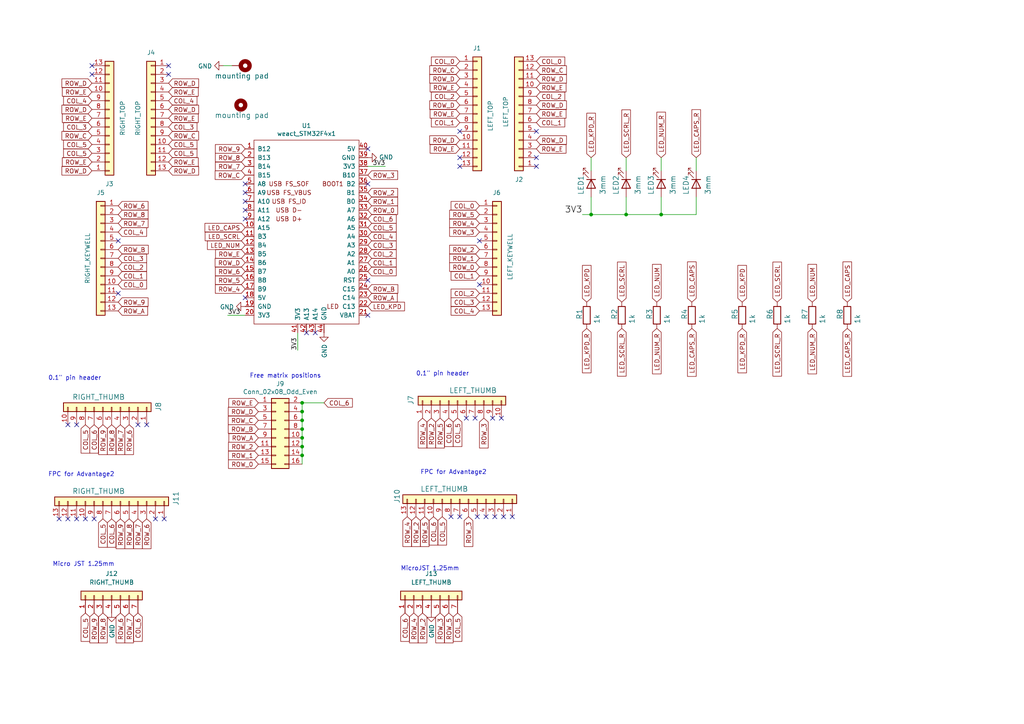
<source format=kicad_sch>
(kicad_sch (version 20230121) (generator eeschema)

  (uuid f0430cad-fe95-4940-bd6a-2a7bf01c3fe3)

  (paper "A4")

  (title_block
    (title "kinBP keyboard controller")
    (date "2022-06-17")
    (rev "1.21")
    (company "Dmitriy Nosachev")
    (comment 1 "https://github.com/DmNosachev/kinbp")
  )

  (lib_symbols
    (symbol "Connector_Generic:Conn_01x07" (pin_names (offset 1.016) hide) (in_bom yes) (on_board yes)
      (property "Reference" "J" (at 0 10.16 0)
        (effects (font (size 1.27 1.27)))
      )
      (property "Value" "Conn_01x07" (at 0 -10.16 0)
        (effects (font (size 1.27 1.27)))
      )
      (property "Footprint" "" (at 0 0 0)
        (effects (font (size 1.27 1.27)) hide)
      )
      (property "Datasheet" "~" (at 0 0 0)
        (effects (font (size 1.27 1.27)) hide)
      )
      (property "ki_keywords" "connector" (at 0 0 0)
        (effects (font (size 1.27 1.27)) hide)
      )
      (property "ki_description" "Generic connector, single row, 01x07, script generated (kicad-library-utils/schlib/autogen/connector/)" (at 0 0 0)
        (effects (font (size 1.27 1.27)) hide)
      )
      (property "ki_fp_filters" "Connector*:*_1x??_*" (at 0 0 0)
        (effects (font (size 1.27 1.27)) hide)
      )
      (symbol "Conn_01x07_1_1"
        (rectangle (start -1.27 -7.493) (end 0 -7.747)
          (stroke (width 0.1524) (type default))
          (fill (type none))
        )
        (rectangle (start -1.27 -4.953) (end 0 -5.207)
          (stroke (width 0.1524) (type default))
          (fill (type none))
        )
        (rectangle (start -1.27 -2.413) (end 0 -2.667)
          (stroke (width 0.1524) (type default))
          (fill (type none))
        )
        (rectangle (start -1.27 0.127) (end 0 -0.127)
          (stroke (width 0.1524) (type default))
          (fill (type none))
        )
        (rectangle (start -1.27 2.667) (end 0 2.413)
          (stroke (width 0.1524) (type default))
          (fill (type none))
        )
        (rectangle (start -1.27 5.207) (end 0 4.953)
          (stroke (width 0.1524) (type default))
          (fill (type none))
        )
        (rectangle (start -1.27 7.747) (end 0 7.493)
          (stroke (width 0.1524) (type default))
          (fill (type none))
        )
        (rectangle (start -1.27 8.89) (end 1.27 -8.89)
          (stroke (width 0.254) (type default))
          (fill (type background))
        )
        (pin passive line (at -5.08 7.62 0) (length 3.81)
          (name "Pin_1" (effects (font (size 1.27 1.27))))
          (number "1" (effects (font (size 1.27 1.27))))
        )
        (pin passive line (at -5.08 5.08 0) (length 3.81)
          (name "Pin_2" (effects (font (size 1.27 1.27))))
          (number "2" (effects (font (size 1.27 1.27))))
        )
        (pin passive line (at -5.08 2.54 0) (length 3.81)
          (name "Pin_3" (effects (font (size 1.27 1.27))))
          (number "3" (effects (font (size 1.27 1.27))))
        )
        (pin passive line (at -5.08 0 0) (length 3.81)
          (name "Pin_4" (effects (font (size 1.27 1.27))))
          (number "4" (effects (font (size 1.27 1.27))))
        )
        (pin passive line (at -5.08 -2.54 0) (length 3.81)
          (name "Pin_5" (effects (font (size 1.27 1.27))))
          (number "5" (effects (font (size 1.27 1.27))))
        )
        (pin passive line (at -5.08 -5.08 0) (length 3.81)
          (name "Pin_6" (effects (font (size 1.27 1.27))))
          (number "6" (effects (font (size 1.27 1.27))))
        )
        (pin passive line (at -5.08 -7.62 0) (length 3.81)
          (name "Pin_7" (effects (font (size 1.27 1.27))))
          (number "7" (effects (font (size 1.27 1.27))))
        )
      )
    )
    (symbol "Connector_Generic:Conn_01x10" (pin_names (offset 1.016) hide) (in_bom yes) (on_board yes)
      (property "Reference" "J" (at 0 12.7 0)
        (effects (font (size 1.27 1.27)))
      )
      (property "Value" "Conn_01x10" (at 0 -15.24 0)
        (effects (font (size 1.27 1.27)))
      )
      (property "Footprint" "" (at 0 0 0)
        (effects (font (size 1.27 1.27)) hide)
      )
      (property "Datasheet" "~" (at 0 0 0)
        (effects (font (size 1.27 1.27)) hide)
      )
      (property "ki_keywords" "connector" (at 0 0 0)
        (effects (font (size 1.27 1.27)) hide)
      )
      (property "ki_description" "Generic connector, single row, 01x10, script generated (kicad-library-utils/schlib/autogen/connector/)" (at 0 0 0)
        (effects (font (size 1.27 1.27)) hide)
      )
      (property "ki_fp_filters" "Connector*:*_1x??_*" (at 0 0 0)
        (effects (font (size 1.27 1.27)) hide)
      )
      (symbol "Conn_01x10_1_1"
        (rectangle (start -1.27 -12.573) (end 0 -12.827)
          (stroke (width 0.1524) (type default))
          (fill (type none))
        )
        (rectangle (start -1.27 -10.033) (end 0 -10.287)
          (stroke (width 0.1524) (type default))
          (fill (type none))
        )
        (rectangle (start -1.27 -7.493) (end 0 -7.747)
          (stroke (width 0.1524) (type default))
          (fill (type none))
        )
        (rectangle (start -1.27 -4.953) (end 0 -5.207)
          (stroke (width 0.1524) (type default))
          (fill (type none))
        )
        (rectangle (start -1.27 -2.413) (end 0 -2.667)
          (stroke (width 0.1524) (type default))
          (fill (type none))
        )
        (rectangle (start -1.27 0.127) (end 0 -0.127)
          (stroke (width 0.1524) (type default))
          (fill (type none))
        )
        (rectangle (start -1.27 2.667) (end 0 2.413)
          (stroke (width 0.1524) (type default))
          (fill (type none))
        )
        (rectangle (start -1.27 5.207) (end 0 4.953)
          (stroke (width 0.1524) (type default))
          (fill (type none))
        )
        (rectangle (start -1.27 7.747) (end 0 7.493)
          (stroke (width 0.1524) (type default))
          (fill (type none))
        )
        (rectangle (start -1.27 10.287) (end 0 10.033)
          (stroke (width 0.1524) (type default))
          (fill (type none))
        )
        (rectangle (start -1.27 11.43) (end 1.27 -13.97)
          (stroke (width 0.254) (type default))
          (fill (type background))
        )
        (pin passive line (at -5.08 10.16 0) (length 3.81)
          (name "Pin_1" (effects (font (size 1.27 1.27))))
          (number "1" (effects (font (size 1.27 1.27))))
        )
        (pin passive line (at -5.08 -12.7 0) (length 3.81)
          (name "Pin_10" (effects (font (size 1.27 1.27))))
          (number "10" (effects (font (size 1.27 1.27))))
        )
        (pin passive line (at -5.08 7.62 0) (length 3.81)
          (name "Pin_2" (effects (font (size 1.27 1.27))))
          (number "2" (effects (font (size 1.27 1.27))))
        )
        (pin passive line (at -5.08 5.08 0) (length 3.81)
          (name "Pin_3" (effects (font (size 1.27 1.27))))
          (number "3" (effects (font (size 1.27 1.27))))
        )
        (pin passive line (at -5.08 2.54 0) (length 3.81)
          (name "Pin_4" (effects (font (size 1.27 1.27))))
          (number "4" (effects (font (size 1.27 1.27))))
        )
        (pin passive line (at -5.08 0 0) (length 3.81)
          (name "Pin_5" (effects (font (size 1.27 1.27))))
          (number "5" (effects (font (size 1.27 1.27))))
        )
        (pin passive line (at -5.08 -2.54 0) (length 3.81)
          (name "Pin_6" (effects (font (size 1.27 1.27))))
          (number "6" (effects (font (size 1.27 1.27))))
        )
        (pin passive line (at -5.08 -5.08 0) (length 3.81)
          (name "Pin_7" (effects (font (size 1.27 1.27))))
          (number "7" (effects (font (size 1.27 1.27))))
        )
        (pin passive line (at -5.08 -7.62 0) (length 3.81)
          (name "Pin_8" (effects (font (size 1.27 1.27))))
          (number "8" (effects (font (size 1.27 1.27))))
        )
        (pin passive line (at -5.08 -10.16 0) (length 3.81)
          (name "Pin_9" (effects (font (size 1.27 1.27))))
          (number "9" (effects (font (size 1.27 1.27))))
        )
      )
    )
    (symbol "Connector_Generic:Conn_01x13" (pin_names (offset 1.016) hide) (in_bom yes) (on_board yes)
      (property "Reference" "J" (at 0 17.78 0)
        (effects (font (size 1.27 1.27)))
      )
      (property "Value" "Conn_01x13" (at 0 -17.78 0)
        (effects (font (size 1.27 1.27)))
      )
      (property "Footprint" "" (at 0 0 0)
        (effects (font (size 1.27 1.27)) hide)
      )
      (property "Datasheet" "~" (at 0 0 0)
        (effects (font (size 1.27 1.27)) hide)
      )
      (property "ki_keywords" "connector" (at 0 0 0)
        (effects (font (size 1.27 1.27)) hide)
      )
      (property "ki_description" "Generic connector, single row, 01x13, script generated (kicad-library-utils/schlib/autogen/connector/)" (at 0 0 0)
        (effects (font (size 1.27 1.27)) hide)
      )
      (property "ki_fp_filters" "Connector*:*_1x??_*" (at 0 0 0)
        (effects (font (size 1.27 1.27)) hide)
      )
      (symbol "Conn_01x13_1_1"
        (rectangle (start -1.27 -15.113) (end 0 -15.367)
          (stroke (width 0.1524) (type default))
          (fill (type none))
        )
        (rectangle (start -1.27 -12.573) (end 0 -12.827)
          (stroke (width 0.1524) (type default))
          (fill (type none))
        )
        (rectangle (start -1.27 -10.033) (end 0 -10.287)
          (stroke (width 0.1524) (type default))
          (fill (type none))
        )
        (rectangle (start -1.27 -7.493) (end 0 -7.747)
          (stroke (width 0.1524) (type default))
          (fill (type none))
        )
        (rectangle (start -1.27 -4.953) (end 0 -5.207)
          (stroke (width 0.1524) (type default))
          (fill (type none))
        )
        (rectangle (start -1.27 -2.413) (end 0 -2.667)
          (stroke (width 0.1524) (type default))
          (fill (type none))
        )
        (rectangle (start -1.27 0.127) (end 0 -0.127)
          (stroke (width 0.1524) (type default))
          (fill (type none))
        )
        (rectangle (start -1.27 2.667) (end 0 2.413)
          (stroke (width 0.1524) (type default))
          (fill (type none))
        )
        (rectangle (start -1.27 5.207) (end 0 4.953)
          (stroke (width 0.1524) (type default))
          (fill (type none))
        )
        (rectangle (start -1.27 7.747) (end 0 7.493)
          (stroke (width 0.1524) (type default))
          (fill (type none))
        )
        (rectangle (start -1.27 10.287) (end 0 10.033)
          (stroke (width 0.1524) (type default))
          (fill (type none))
        )
        (rectangle (start -1.27 12.827) (end 0 12.573)
          (stroke (width 0.1524) (type default))
          (fill (type none))
        )
        (rectangle (start -1.27 15.367) (end 0 15.113)
          (stroke (width 0.1524) (type default))
          (fill (type none))
        )
        (rectangle (start -1.27 16.51) (end 1.27 -16.51)
          (stroke (width 0.254) (type default))
          (fill (type background))
        )
        (pin passive line (at -5.08 15.24 0) (length 3.81)
          (name "Pin_1" (effects (font (size 1.27 1.27))))
          (number "1" (effects (font (size 1.27 1.27))))
        )
        (pin passive line (at -5.08 -7.62 0) (length 3.81)
          (name "Pin_10" (effects (font (size 1.27 1.27))))
          (number "10" (effects (font (size 1.27 1.27))))
        )
        (pin passive line (at -5.08 -10.16 0) (length 3.81)
          (name "Pin_11" (effects (font (size 1.27 1.27))))
          (number "11" (effects (font (size 1.27 1.27))))
        )
        (pin passive line (at -5.08 -12.7 0) (length 3.81)
          (name "Pin_12" (effects (font (size 1.27 1.27))))
          (number "12" (effects (font (size 1.27 1.27))))
        )
        (pin passive line (at -5.08 -15.24 0) (length 3.81)
          (name "Pin_13" (effects (font (size 1.27 1.27))))
          (number "13" (effects (font (size 1.27 1.27))))
        )
        (pin passive line (at -5.08 12.7 0) (length 3.81)
          (name "Pin_2" (effects (font (size 1.27 1.27))))
          (number "2" (effects (font (size 1.27 1.27))))
        )
        (pin passive line (at -5.08 10.16 0) (length 3.81)
          (name "Pin_3" (effects (font (size 1.27 1.27))))
          (number "3" (effects (font (size 1.27 1.27))))
        )
        (pin passive line (at -5.08 7.62 0) (length 3.81)
          (name "Pin_4" (effects (font (size 1.27 1.27))))
          (number "4" (effects (font (size 1.27 1.27))))
        )
        (pin passive line (at -5.08 5.08 0) (length 3.81)
          (name "Pin_5" (effects (font (size 1.27 1.27))))
          (number "5" (effects (font (size 1.27 1.27))))
        )
        (pin passive line (at -5.08 2.54 0) (length 3.81)
          (name "Pin_6" (effects (font (size 1.27 1.27))))
          (number "6" (effects (font (size 1.27 1.27))))
        )
        (pin passive line (at -5.08 0 0) (length 3.81)
          (name "Pin_7" (effects (font (size 1.27 1.27))))
          (number "7" (effects (font (size 1.27 1.27))))
        )
        (pin passive line (at -5.08 -2.54 0) (length 3.81)
          (name "Pin_8" (effects (font (size 1.27 1.27))))
          (number "8" (effects (font (size 1.27 1.27))))
        )
        (pin passive line (at -5.08 -5.08 0) (length 3.81)
          (name "Pin_9" (effects (font (size 1.27 1.27))))
          (number "9" (effects (font (size 1.27 1.27))))
        )
      )
    )
    (symbol "Connector_Generic:Conn_02x08_Odd_Even" (pin_names (offset 1.016) hide) (in_bom yes) (on_board yes)
      (property "Reference" "J" (at 1.27 10.16 0)
        (effects (font (size 1.27 1.27)))
      )
      (property "Value" "Conn_02x08_Odd_Even" (at 1.27 -12.7 0)
        (effects (font (size 1.27 1.27)))
      )
      (property "Footprint" "" (at 0 0 0)
        (effects (font (size 1.27 1.27)) hide)
      )
      (property "Datasheet" "~" (at 0 0 0)
        (effects (font (size 1.27 1.27)) hide)
      )
      (property "ki_keywords" "connector" (at 0 0 0)
        (effects (font (size 1.27 1.27)) hide)
      )
      (property "ki_description" "Generic connector, double row, 02x08, odd/even pin numbering scheme (row 1 odd numbers, row 2 even numbers), script generated (kicad-library-utils/schlib/autogen/connector/)" (at 0 0 0)
        (effects (font (size 1.27 1.27)) hide)
      )
      (property "ki_fp_filters" "Connector*:*_2x??_*" (at 0 0 0)
        (effects (font (size 1.27 1.27)) hide)
      )
      (symbol "Conn_02x08_Odd_Even_1_1"
        (rectangle (start -1.27 -10.033) (end 0 -10.287)
          (stroke (width 0.1524) (type default))
          (fill (type none))
        )
        (rectangle (start -1.27 -7.493) (end 0 -7.747)
          (stroke (width 0.1524) (type default))
          (fill (type none))
        )
        (rectangle (start -1.27 -4.953) (end 0 -5.207)
          (stroke (width 0.1524) (type default))
          (fill (type none))
        )
        (rectangle (start -1.27 -2.413) (end 0 -2.667)
          (stroke (width 0.1524) (type default))
          (fill (type none))
        )
        (rectangle (start -1.27 0.127) (end 0 -0.127)
          (stroke (width 0.1524) (type default))
          (fill (type none))
        )
        (rectangle (start -1.27 2.667) (end 0 2.413)
          (stroke (width 0.1524) (type default))
          (fill (type none))
        )
        (rectangle (start -1.27 5.207) (end 0 4.953)
          (stroke (width 0.1524) (type default))
          (fill (type none))
        )
        (rectangle (start -1.27 7.747) (end 0 7.493)
          (stroke (width 0.1524) (type default))
          (fill (type none))
        )
        (rectangle (start -1.27 8.89) (end 3.81 -11.43)
          (stroke (width 0.254) (type default))
          (fill (type background))
        )
        (rectangle (start 3.81 -10.033) (end 2.54 -10.287)
          (stroke (width 0.1524) (type default))
          (fill (type none))
        )
        (rectangle (start 3.81 -7.493) (end 2.54 -7.747)
          (stroke (width 0.1524) (type default))
          (fill (type none))
        )
        (rectangle (start 3.81 -4.953) (end 2.54 -5.207)
          (stroke (width 0.1524) (type default))
          (fill (type none))
        )
        (rectangle (start 3.81 -2.413) (end 2.54 -2.667)
          (stroke (width 0.1524) (type default))
          (fill (type none))
        )
        (rectangle (start 3.81 0.127) (end 2.54 -0.127)
          (stroke (width 0.1524) (type default))
          (fill (type none))
        )
        (rectangle (start 3.81 2.667) (end 2.54 2.413)
          (stroke (width 0.1524) (type default))
          (fill (type none))
        )
        (rectangle (start 3.81 5.207) (end 2.54 4.953)
          (stroke (width 0.1524) (type default))
          (fill (type none))
        )
        (rectangle (start 3.81 7.747) (end 2.54 7.493)
          (stroke (width 0.1524) (type default))
          (fill (type none))
        )
        (pin passive line (at -5.08 7.62 0) (length 3.81)
          (name "Pin_1" (effects (font (size 1.27 1.27))))
          (number "1" (effects (font (size 1.27 1.27))))
        )
        (pin passive line (at 7.62 -2.54 180) (length 3.81)
          (name "Pin_10" (effects (font (size 1.27 1.27))))
          (number "10" (effects (font (size 1.27 1.27))))
        )
        (pin passive line (at -5.08 -5.08 0) (length 3.81)
          (name "Pin_11" (effects (font (size 1.27 1.27))))
          (number "11" (effects (font (size 1.27 1.27))))
        )
        (pin passive line (at 7.62 -5.08 180) (length 3.81)
          (name "Pin_12" (effects (font (size 1.27 1.27))))
          (number "12" (effects (font (size 1.27 1.27))))
        )
        (pin passive line (at -5.08 -7.62 0) (length 3.81)
          (name "Pin_13" (effects (font (size 1.27 1.27))))
          (number "13" (effects (font (size 1.27 1.27))))
        )
        (pin passive line (at 7.62 -7.62 180) (length 3.81)
          (name "Pin_14" (effects (font (size 1.27 1.27))))
          (number "14" (effects (font (size 1.27 1.27))))
        )
        (pin passive line (at -5.08 -10.16 0) (length 3.81)
          (name "Pin_15" (effects (font (size 1.27 1.27))))
          (number "15" (effects (font (size 1.27 1.27))))
        )
        (pin passive line (at 7.62 -10.16 180) (length 3.81)
          (name "Pin_16" (effects (font (size 1.27 1.27))))
          (number "16" (effects (font (size 1.27 1.27))))
        )
        (pin passive line (at 7.62 7.62 180) (length 3.81)
          (name "Pin_2" (effects (font (size 1.27 1.27))))
          (number "2" (effects (font (size 1.27 1.27))))
        )
        (pin passive line (at -5.08 5.08 0) (length 3.81)
          (name "Pin_3" (effects (font (size 1.27 1.27))))
          (number "3" (effects (font (size 1.27 1.27))))
        )
        (pin passive line (at 7.62 5.08 180) (length 3.81)
          (name "Pin_4" (effects (font (size 1.27 1.27))))
          (number "4" (effects (font (size 1.27 1.27))))
        )
        (pin passive line (at -5.08 2.54 0) (length 3.81)
          (name "Pin_5" (effects (font (size 1.27 1.27))))
          (number "5" (effects (font (size 1.27 1.27))))
        )
        (pin passive line (at 7.62 2.54 180) (length 3.81)
          (name "Pin_6" (effects (font (size 1.27 1.27))))
          (number "6" (effects (font (size 1.27 1.27))))
        )
        (pin passive line (at -5.08 0 0) (length 3.81)
          (name "Pin_7" (effects (font (size 1.27 1.27))))
          (number "7" (effects (font (size 1.27 1.27))))
        )
        (pin passive line (at 7.62 0 180) (length 3.81)
          (name "Pin_8" (effects (font (size 1.27 1.27))))
          (number "8" (effects (font (size 1.27 1.27))))
        )
        (pin passive line (at -5.08 -2.54 0) (length 3.81)
          (name "Pin_9" (effects (font (size 1.27 1.27))))
          (number "9" (effects (font (size 1.27 1.27))))
        )
      )
    )
    (symbol "Device:LED" (pin_numbers hide) (pin_names (offset 1.016) hide) (in_bom yes) (on_board yes)
      (property "Reference" "D" (at 0 2.54 0)
        (effects (font (size 1.27 1.27)))
      )
      (property "Value" "LED" (at 0 -2.54 0)
        (effects (font (size 1.27 1.27)))
      )
      (property "Footprint" "" (at 0 0 0)
        (effects (font (size 1.27 1.27)) hide)
      )
      (property "Datasheet" "~" (at 0 0 0)
        (effects (font (size 1.27 1.27)) hide)
      )
      (property "ki_keywords" "LED diode" (at 0 0 0)
        (effects (font (size 1.27 1.27)) hide)
      )
      (property "ki_description" "Light emitting diode" (at 0 0 0)
        (effects (font (size 1.27 1.27)) hide)
      )
      (property "ki_fp_filters" "LED* LED_SMD:* LED_THT:*" (at 0 0 0)
        (effects (font (size 1.27 1.27)) hide)
      )
      (symbol "LED_0_1"
        (polyline
          (pts
            (xy -1.27 -1.27)
            (xy -1.27 1.27)
          )
          (stroke (width 0.254) (type default))
          (fill (type none))
        )
        (polyline
          (pts
            (xy -1.27 0)
            (xy 1.27 0)
          )
          (stroke (width 0) (type default))
          (fill (type none))
        )
        (polyline
          (pts
            (xy 1.27 -1.27)
            (xy 1.27 1.27)
            (xy -1.27 0)
            (xy 1.27 -1.27)
          )
          (stroke (width 0.254) (type default))
          (fill (type none))
        )
        (polyline
          (pts
            (xy -3.048 -0.762)
            (xy -4.572 -2.286)
            (xy -3.81 -2.286)
            (xy -4.572 -2.286)
            (xy -4.572 -1.524)
          )
          (stroke (width 0) (type default))
          (fill (type none))
        )
        (polyline
          (pts
            (xy -1.778 -0.762)
            (xy -3.302 -2.286)
            (xy -2.54 -2.286)
            (xy -3.302 -2.286)
            (xy -3.302 -1.524)
          )
          (stroke (width 0) (type default))
          (fill (type none))
        )
      )
      (symbol "LED_1_1"
        (pin passive line (at -3.81 0 0) (length 2.54)
          (name "K" (effects (font (size 1.27 1.27))))
          (number "1" (effects (font (size 1.27 1.27))))
        )
        (pin passive line (at 3.81 0 180) (length 2.54)
          (name "A" (effects (font (size 1.27 1.27))))
          (number "2" (effects (font (size 1.27 1.27))))
        )
      )
    )
    (symbol "Device:R" (pin_numbers hide) (pin_names (offset 0)) (in_bom yes) (on_board yes)
      (property "Reference" "R" (at 2.032 0 90)
        (effects (font (size 1.27 1.27)))
      )
      (property "Value" "R" (at 0 0 90)
        (effects (font (size 1.27 1.27)))
      )
      (property "Footprint" "" (at -1.778 0 90)
        (effects (font (size 1.27 1.27)) hide)
      )
      (property "Datasheet" "~" (at 0 0 0)
        (effects (font (size 1.27 1.27)) hide)
      )
      (property "ki_keywords" "R res resistor" (at 0 0 0)
        (effects (font (size 1.27 1.27)) hide)
      )
      (property "ki_description" "Resistor" (at 0 0 0)
        (effects (font (size 1.27 1.27)) hide)
      )
      (property "ki_fp_filters" "R_*" (at 0 0 0)
        (effects (font (size 1.27 1.27)) hide)
      )
      (symbol "R_0_1"
        (rectangle (start -1.016 -2.54) (end 1.016 2.54)
          (stroke (width 0.254) (type default))
          (fill (type none))
        )
      )
      (symbol "R_1_1"
        (pin passive line (at 0 3.81 270) (length 1.27)
          (name "~" (effects (font (size 1.27 1.27))))
          (number "1" (effects (font (size 1.27 1.27))))
        )
        (pin passive line (at 0 -3.81 90) (length 1.27)
          (name "~" (effects (font (size 1.27 1.27))))
          (number "2" (effects (font (size 1.27 1.27))))
        )
      )
    )
    (symbol "Mechanical:MountingHole" (pin_names (offset 1.016)) (in_bom yes) (on_board yes)
      (property "Reference" "H" (at 0 5.08 0)
        (effects (font (size 1.27 1.27)))
      )
      (property "Value" "MountingHole" (at 0 3.175 0)
        (effects (font (size 1.27 1.27)))
      )
      (property "Footprint" "" (at 0 0 0)
        (effects (font (size 1.27 1.27)) hide)
      )
      (property "Datasheet" "~" (at 0 0 0)
        (effects (font (size 1.27 1.27)) hide)
      )
      (property "ki_keywords" "mounting hole" (at 0 0 0)
        (effects (font (size 1.27 1.27)) hide)
      )
      (property "ki_description" "Mounting Hole without connection" (at 0 0 0)
        (effects (font (size 1.27 1.27)) hide)
      )
      (property "ki_fp_filters" "MountingHole*" (at 0 0 0)
        (effects (font (size 1.27 1.27)) hide)
      )
      (symbol "MountingHole_0_1"
        (circle (center 0 0) (radius 1.27)
          (stroke (width 1.27) (type default))
          (fill (type none))
        )
      )
    )
    (symbol "Mechanical:MountingHole_Pad" (pin_numbers hide) (pin_names (offset 1.016) hide) (in_bom yes) (on_board yes)
      (property "Reference" "H" (at 0 6.35 0)
        (effects (font (size 1.27 1.27)))
      )
      (property "Value" "MountingHole_Pad" (at 0 4.445 0)
        (effects (font (size 1.27 1.27)))
      )
      (property "Footprint" "" (at 0 0 0)
        (effects (font (size 1.27 1.27)) hide)
      )
      (property "Datasheet" "~" (at 0 0 0)
        (effects (font (size 1.27 1.27)) hide)
      )
      (property "ki_keywords" "mounting hole" (at 0 0 0)
        (effects (font (size 1.27 1.27)) hide)
      )
      (property "ki_description" "Mounting Hole with connection" (at 0 0 0)
        (effects (font (size 1.27 1.27)) hide)
      )
      (property "ki_fp_filters" "MountingHole*Pad*" (at 0 0 0)
        (effects (font (size 1.27 1.27)) hide)
      )
      (symbol "MountingHole_Pad_0_1"
        (circle (center 0 1.27) (radius 1.27)
          (stroke (width 1.27) (type default))
          (fill (type none))
        )
      )
      (symbol "MountingHole_Pad_1_1"
        (pin input line (at 0 -2.54 90) (length 2.54)
          (name "1" (effects (font (size 1.27 1.27))))
          (number "1" (effects (font (size 1.27 1.27))))
        )
      )
    )
    (symbol "kinBP-rescue:weact_STM32F4x1-stm32_boards" (pin_names (offset 1.016)) (in_bom yes) (on_board yes)
      (property "Reference" "U" (at 0 0 0)
        (effects (font (size 1.27 1.27)))
      )
      (property "Value" "weact_STM32F4x1-stm32_boards" (at 2.54 -5.08 0)
        (effects (font (size 1.27 1.27)))
      )
      (property "Footprint" "" (at 0 0 0)
        (effects (font (size 1.27 1.27)) hide)
      )
      (property "Datasheet" "" (at 0 0 0)
        (effects (font (size 1.27 1.27)) hide)
      )
      (symbol "weact_STM32F4x1-stm32_boards_0_0"
        (rectangle (start -12.7 -2.54) (end 17.78 -55.88)
          (stroke (width 0) (type default))
          (fill (type none))
        )
        (text "BOOT1" (at 10.16 -15.24 0)
          (effects (font (size 1.27 1.27)))
        )
        (text "LED" (at 10.16 -50.8 0)
          (effects (font (size 1.27 1.27)))
        )
        (text "USB D+" (at -2.54 -25.4 0)
          (effects (font (size 1.27 1.27)))
        )
        (text "USB D-" (at -2.54 -22.86 0)
          (effects (font (size 1.27 1.27)))
        )
        (text "USB FS_ID" (at -2.54 -20.32 0)
          (effects (font (size 1.27 1.27)))
        )
        (text "USB FS_SOF" (at -2.54 -15.24 0)
          (effects (font (size 1.27 1.27)))
        )
        (text "USB FS_VBUS" (at -2.54 -17.78 0)
          (effects (font (size 1.27 1.27)))
        )
      )
      (symbol "weact_STM32F4x1-stm32_boards_1_1"
        (pin bidirectional line (at -15.24 -5.08 0) (length 2.54)
          (name "B12" (effects (font (size 1.27 1.27))))
          (number "1" (effects (font (size 1.27 1.27))))
        )
        (pin bidirectional line (at -15.24 -27.94 0) (length 2.54)
          (name "A15" (effects (font (size 1.27 1.27))))
          (number "10" (effects (font (size 1.27 1.27))))
        )
        (pin bidirectional line (at -15.24 -30.48 0) (length 2.54)
          (name "B3" (effects (font (size 1.27 1.27))))
          (number "11" (effects (font (size 1.27 1.27))))
        )
        (pin bidirectional line (at -15.24 -33.02 0) (length 2.54)
          (name "B4" (effects (font (size 1.27 1.27))))
          (number "12" (effects (font (size 1.27 1.27))))
        )
        (pin bidirectional line (at -15.24 -35.56 0) (length 2.54)
          (name "B5" (effects (font (size 1.27 1.27))))
          (number "13" (effects (font (size 1.27 1.27))))
        )
        (pin bidirectional line (at -15.24 -38.1 0) (length 2.54)
          (name "B6" (effects (font (size 1.27 1.27))))
          (number "14" (effects (font (size 1.27 1.27))))
        )
        (pin bidirectional line (at -15.24 -40.64 0) (length 2.54)
          (name "B7" (effects (font (size 1.27 1.27))))
          (number "15" (effects (font (size 1.27 1.27))))
        )
        (pin bidirectional line (at -15.24 -43.18 0) (length 2.54)
          (name "B8" (effects (font (size 1.27 1.27))))
          (number "16" (effects (font (size 1.27 1.27))))
        )
        (pin bidirectional line (at -15.24 -45.72 0) (length 2.54)
          (name "B9" (effects (font (size 1.27 1.27))))
          (number "17" (effects (font (size 1.27 1.27))))
        )
        (pin power_out line (at -15.24 -48.26 0) (length 2.54)
          (name "5V" (effects (font (size 1.27 1.27))))
          (number "18" (effects (font (size 1.27 1.27))))
        )
        (pin bidirectional line (at -15.24 -50.8 0) (length 2.54)
          (name "GND" (effects (font (size 1.27 1.27))))
          (number "19" (effects (font (size 1.27 1.27))))
        )
        (pin bidirectional line (at -15.24 -7.62 0) (length 2.54)
          (name "B13" (effects (font (size 1.27 1.27))))
          (number "2" (effects (font (size 1.27 1.27))))
        )
        (pin power_out line (at -15.24 -53.34 0) (length 2.54)
          (name "3V3" (effects (font (size 1.27 1.27))))
          (number "20" (effects (font (size 1.27 1.27))))
        )
        (pin power_in line (at 20.32 -53.34 180) (length 2.54)
          (name "VBAT" (effects (font (size 1.27 1.27))))
          (number "21" (effects (font (size 1.27 1.27))))
        )
        (pin bidirectional line (at 20.32 -50.8 180) (length 2.54)
          (name "C13" (effects (font (size 1.27 1.27))))
          (number "22" (effects (font (size 1.27 1.27))))
        )
        (pin bidirectional line (at 20.32 -48.26 180) (length 2.54)
          (name "C14" (effects (font (size 1.27 1.27))))
          (number "23" (effects (font (size 1.27 1.27))))
        )
        (pin bidirectional line (at 20.32 -45.72 180) (length 2.54)
          (name "C15" (effects (font (size 1.27 1.27))))
          (number "24" (effects (font (size 1.27 1.27))))
        )
        (pin bidirectional line (at 20.32 -43.18 180) (length 2.54)
          (name "RST" (effects (font (size 1.27 1.27))))
          (number "25" (effects (font (size 1.27 1.27))))
        )
        (pin bidirectional line (at 20.32 -40.64 180) (length 2.54)
          (name "A0" (effects (font (size 1.27 1.27))))
          (number "26" (effects (font (size 1.27 1.27))))
        )
        (pin bidirectional line (at 20.32 -38.1 180) (length 2.54)
          (name "A1" (effects (font (size 1.27 1.27))))
          (number "27" (effects (font (size 1.27 1.27))))
        )
        (pin bidirectional line (at 20.32 -35.56 180) (length 2.54)
          (name "A2" (effects (font (size 1.27 1.27))))
          (number "28" (effects (font (size 1.27 1.27))))
        )
        (pin bidirectional line (at 20.32 -33.02 180) (length 2.54)
          (name "A3" (effects (font (size 1.27 1.27))))
          (number "29" (effects (font (size 1.27 1.27))))
        )
        (pin bidirectional line (at -15.24 -10.16 0) (length 2.54)
          (name "B14" (effects (font (size 1.27 1.27))))
          (number "3" (effects (font (size 1.27 1.27))))
        )
        (pin bidirectional line (at 20.32 -30.48 180) (length 2.54)
          (name "A4" (effects (font (size 1.27 1.27))))
          (number "30" (effects (font (size 1.27 1.27))))
        )
        (pin bidirectional line (at 20.32 -27.94 180) (length 2.54)
          (name "A5" (effects (font (size 1.27 1.27))))
          (number "31" (effects (font (size 1.27 1.27))))
        )
        (pin bidirectional line (at 20.32 -25.4 180) (length 2.54)
          (name "A6" (effects (font (size 1.27 1.27))))
          (number "32" (effects (font (size 1.27 1.27))))
        )
        (pin bidirectional line (at 20.32 -22.86 180) (length 2.54)
          (name "A7" (effects (font (size 1.27 1.27))))
          (number "33" (effects (font (size 1.27 1.27))))
        )
        (pin bidirectional line (at 20.32 -20.32 180) (length 2.54)
          (name "B0" (effects (font (size 1.27 1.27))))
          (number "34" (effects (font (size 1.27 1.27))))
        )
        (pin bidirectional line (at 20.32 -17.78 180) (length 2.54)
          (name "B1" (effects (font (size 1.27 1.27))))
          (number "35" (effects (font (size 1.27 1.27))))
        )
        (pin bidirectional line (at 20.32 -15.24 180) (length 2.54)
          (name "B2" (effects (font (size 1.27 1.27))))
          (number "36" (effects (font (size 1.27 1.27))))
        )
        (pin bidirectional line (at 20.32 -12.7 180) (length 2.54)
          (name "B10" (effects (font (size 1.27 1.27))))
          (number "37" (effects (font (size 1.27 1.27))))
        )
        (pin power_out line (at 20.32 -10.16 180) (length 2.54)
          (name "3V3" (effects (font (size 1.27 1.27))))
          (number "38" (effects (font (size 1.27 1.27))))
        )
        (pin bidirectional line (at 20.32 -7.62 180) (length 2.54)
          (name "GND" (effects (font (size 1.27 1.27))))
          (number "39" (effects (font (size 1.27 1.27))))
        )
        (pin bidirectional line (at -15.24 -12.7 0) (length 2.54)
          (name "B15" (effects (font (size 1.27 1.27))))
          (number "4" (effects (font (size 1.27 1.27))))
        )
        (pin power_out line (at 20.32 -5.08 180) (length 2.54)
          (name "5V" (effects (font (size 1.27 1.27))))
          (number "40" (effects (font (size 1.27 1.27))))
        )
        (pin power_in line (at 0 -58.42 90) (length 2.54)
          (name "3V3" (effects (font (size 1.27 1.27))))
          (number "41" (effects (font (size 1.27 1.27))))
        )
        (pin bidirectional line (at 2.54 -58.42 90) (length 2.54)
          (name "A13" (effects (font (size 1.27 1.27))))
          (number "42" (effects (font (size 1.27 1.27))))
        )
        (pin bidirectional line (at 5.08 -58.42 90) (length 2.54)
          (name "A14" (effects (font (size 1.27 1.27))))
          (number "43" (effects (font (size 1.27 1.27))))
        )
        (pin bidirectional line (at 7.62 -58.42 90) (length 2.54)
          (name "GND" (effects (font (size 1.27 1.27))))
          (number "44" (effects (font (size 1.27 1.27))))
        )
        (pin bidirectional line (at -15.24 -15.24 0) (length 2.54)
          (name "A8" (effects (font (size 1.27 1.27))))
          (number "5" (effects (font (size 1.27 1.27))))
        )
        (pin bidirectional line (at -15.24 -17.78 0) (length 2.54)
          (name "A9" (effects (font (size 1.27 1.27))))
          (number "6" (effects (font (size 1.27 1.27))))
        )
        (pin bidirectional line (at -15.24 -20.32 0) (length 2.54)
          (name "A10" (effects (font (size 1.27 1.27))))
          (number "7" (effects (font (size 1.27 1.27))))
        )
        (pin bidirectional line (at -15.24 -22.86 0) (length 2.54)
          (name "A11" (effects (font (size 1.27 1.27))))
          (number "8" (effects (font (size 1.27 1.27))))
        )
        (pin bidirectional line (at -15.24 -25.4 0) (length 2.54)
          (name "A12" (effects (font (size 1.27 1.27))))
          (number "9" (effects (font (size 1.27 1.27))))
        )
      )
    )
    (symbol "power:GND" (power) (pin_names (offset 0)) (in_bom yes) (on_board yes)
      (property "Reference" "#PWR" (at 0 -6.35 0)
        (effects (font (size 1.27 1.27)) hide)
      )
      (property "Value" "GND" (at 0 -3.81 0)
        (effects (font (size 1.27 1.27)))
      )
      (property "Footprint" "" (at 0 0 0)
        (effects (font (size 1.27 1.27)) hide)
      )
      (property "Datasheet" "" (at 0 0 0)
        (effects (font (size 1.27 1.27)) hide)
      )
      (property "ki_keywords" "power-flag" (at 0 0 0)
        (effects (font (size 1.27 1.27)) hide)
      )
      (property "ki_description" "Power symbol creates a global label with name \"GND\" , ground" (at 0 0 0)
        (effects (font (size 1.27 1.27)) hide)
      )
      (symbol "GND_0_1"
        (polyline
          (pts
            (xy 0 0)
            (xy 0 -1.27)
            (xy 1.27 -1.27)
            (xy 0 -2.54)
            (xy -1.27 -1.27)
            (xy 0 -1.27)
          )
          (stroke (width 0) (type default))
          (fill (type none))
        )
      )
      (symbol "GND_1_1"
        (pin power_in line (at 0 0 270) (length 0) hide
          (name "GND" (effects (font (size 1.27 1.27))))
          (number "1" (effects (font (size 1.27 1.27))))
        )
      )
    )
  )

  (junction (at 87.63 116.84) (diameter 0) (color 0 0 0 0)
    (uuid 1406d4c8-3ab9-4b7e-b231-81f4ac16a90a)
  )
  (junction (at 87.63 124.46) (diameter 0) (color 0 0 0 0)
    (uuid 17602e8a-e673-4fd1-a3bf-f6c0225b7982)
  )
  (junction (at 181.61 62.23) (diameter 0) (color 0 0 0 0)
    (uuid 4b12547b-3ba8-4a1c-b97c-54ca4b594026)
  )
  (junction (at 87.63 129.54) (diameter 0) (color 0 0 0 0)
    (uuid 4f80d987-bbcd-4f25-b80c-c07b66f562cf)
  )
  (junction (at 87.63 119.38) (diameter 0) (color 0 0 0 0)
    (uuid 52fc7883-a59d-41d3-8701-7545c430f839)
  )
  (junction (at 87.63 121.92) (diameter 0) (color 0 0 0 0)
    (uuid 67b9f7cc-c7fd-485b-8bd6-4302ecd464fd)
  )
  (junction (at 87.63 127) (diameter 0) (color 0 0 0 0)
    (uuid 6a286105-511d-4e6e-a829-67f17a1f5f73)
  )
  (junction (at 191.77 62.23) (diameter 0) (color 0 0 0 0)
    (uuid 797b5a11-c9d2-492e-83bd-e1234a1a7844)
  )
  (junction (at 87.63 132.08) (diameter 0) (color 0 0 0 0)
    (uuid 8641943b-d862-411d-9ff1-4d5b025a365a)
  )
  (junction (at 171.45 62.23) (diameter 0) (color 0 0 0 0)
    (uuid 9d8c5653-6aa3-4087-a93f-92fb171434dc)
  )

  (no_connect (at 145.415 121.285) (uuid 02c6ec30-de49-49bf-b25c-ab4cfc55fee2))
  (no_connect (at 137.795 121.285) (uuid 05cdc575-a5f5-46d5-a844-f29291724ddb))
  (no_connect (at 19.685 123.19) (uuid 08bf2bbd-4d4a-4442-be28-00c4d8c1ee2e))
  (no_connect (at 24.765 150.495) (uuid 09b4640d-d406-4f86-bd34-abf48aa4b643))
  (no_connect (at 71.12 58.42) (uuid 0ccec7e4-eb3e-4088-93b2-de768d7ef7a0))
  (no_connect (at 139.065 82.55) (uuid 0d1c9256-14ed-4b78-9c6f-f6b35498c50b))
  (no_connect (at 88.9 96.52) (uuid 0e378538-4dd2-463f-aa2d-48122a1b0b6e))
  (no_connect (at 91.44 96.52) (uuid 0fa9e65b-6b2b-4499-a87e-d72a960d1c5e))
  (no_connect (at 106.68 53.34) (uuid 1f3d8d8d-5bad-4583-a14e-27501eaed2c5))
  (no_connect (at 106.68 81.28) (uuid 1f96d2a5-efb9-4690-908f-3107e4ac11e4))
  (no_connect (at 139.065 69.85) (uuid 23f82395-b085-46b0-84f4-c796ec6ac1f0))
  (no_connect (at 71.12 86.36) (uuid 292b5833-e8be-4d63-a02c-2fcb59506b47))
  (no_connect (at 19.685 150.495) (uuid 2a0ded65-e04f-4ae1-848f-4c614c71e009))
  (no_connect (at 48.895 21.59) (uuid 2ac213ec-024e-4927-82e7-bab21dd89d96))
  (no_connect (at 133.35 149.86) (uuid 2eb5e395-7836-4fa7-9d3b-a6a82a47db74))
  (no_connect (at 106.68 43.18) (uuid 2ee5cd48-e8cd-42eb-8344-421f7626c9f6))
  (no_connect (at 148.59 149.86) (uuid 338153e7-3b1c-43fd-ab42-d996c45a1964))
  (no_connect (at 133.35 38.1) (uuid 3398a33e-24ed-4528-9529-5caef58033f6))
  (no_connect (at 155.575 38.1) (uuid 4b306aec-2b6d-4f3f-bfcb-8fc2486acf55))
  (no_connect (at 106.68 91.44) (uuid 4e77410c-f092-45a9-9b34-7dee513a882d))
  (no_connect (at 155.575 45.72) (uuid 5c4c79e5-c59c-429d-8504-d8d90fa0c97c))
  (no_connect (at 17.145 150.495) (uuid 5fcc876c-ec18-4cf9-8c68-fdc5d228a0dc))
  (no_connect (at 135.255 121.285) (uuid 619d8e33-53de-456a-bd97-26d40fc02013))
  (no_connect (at 142.875 121.285) (uuid 64f2a6cc-2550-4104-a6ee-79ca5cabd00b))
  (no_connect (at 40.005 123.19) (uuid 660fab0a-6678-44bc-b823-f337b0e6f515))
  (no_connect (at 71.12 53.34) (uuid 68d450e4-bd9a-4137-acc9-53347d052a6c))
  (no_connect (at 71.12 60.96) (uuid 6eeb4024-a4d7-4c64-93b9-72892885a61c))
  (no_connect (at 45.085 150.495) (uuid 73ea467a-9f32-4ba4-adc0-f8c3156b9e93))
  (no_connect (at 22.225 150.495) (uuid 9922cbf6-8f5b-48c8-afe2-b738531086dc))
  (no_connect (at 133.35 48.26) (uuid a7b492fd-8616-4ccc-b33a-eb4d2b47d910))
  (no_connect (at 140.97 149.86) (uuid aa1a5e5e-879f-48b9-943d-14e90d5aa08e))
  (no_connect (at 138.43 149.86) (uuid ada5a726-24c4-40f9-b1a0-2a1b84279b03))
  (no_connect (at 48.895 19.05) (uuid adf4b6c9-b6b3-475d-af79-c5600cf10ba5))
  (no_connect (at 155.575 48.26) (uuid c8094ca6-ade0-4ebb-8960-b2aadb3e913b))
  (no_connect (at 71.12 63.5) (uuid ca35e161-a00e-4c9c-bd04-6bf575de4573))
  (no_connect (at 143.51 149.86) (uuid ccf549f1-3599-43a3-ac0a-3b2bc741e62a))
  (no_connect (at 26.67 19.05) (uuid d1c0ebb9-4026-40d5-a809-bddf773f6dc6))
  (no_connect (at 22.225 123.19) (uuid d47ae5e6-d46c-4011-b049-850efcdf0f06))
  (no_connect (at 34.29 69.85) (uuid db1fafd3-34a5-46b6-ad16-b28f4d44d95f))
  (no_connect (at 42.545 123.19) (uuid de2a5dd7-95ed-420a-b15b-b5cc59a2cc41))
  (no_connect (at 47.625 150.495) (uuid e3e75270-ed72-4e06-8b74-bae99ebf1589))
  (no_connect (at 71.12 55.88) (uuid e763cf74-dd5b-4de9-80a7-ac020a6bfc16))
  (no_connect (at 146.05 149.86) (uuid ec0a0b8c-e7e6-4774-927c-7ebd7ecbb848))
  (no_connect (at 34.29 85.09) (uuid ed977c1b-c158-453a-a5fd-e2a2aba3b6d4))
  (no_connect (at 27.305 150.495) (uuid f330b4ba-2e3a-473b-a16d-8a046fdea341))
  (no_connect (at 130.81 149.86) (uuid fb3ea214-841c-4a39-adee-6ef2a7cc5b64))
  (no_connect (at 26.67 21.59) (uuid fe38ce06-b397-4a47-a710-ea8e20bccac5))
  (no_connect (at 133.35 45.72) (uuid fec686ec-2f03-4668-bc11-9442311445b1))

  (wire (pts (xy 86.36 101.6) (xy 86.36 96.52))
    (stroke (width 0) (type default))
    (uuid 0bf85235-0016-40ae-a96c-6dbbf61fab6b)
  )
  (wire (pts (xy 111.76 48.26) (xy 106.68 48.26))
    (stroke (width 0) (type default))
    (uuid 2640830c-e687-4a33-9d86-80a537b8484b)
  )
  (wire (pts (xy 191.77 49.53) (xy 191.77 45.72))
    (stroke (width 0) (type default))
    (uuid 2a6cd792-275e-4214-b5c5-e93dd4828388)
  )
  (wire (pts (xy 171.45 57.15) (xy 171.45 62.23))
    (stroke (width 0) (type default))
    (uuid 333a1b14-9858-4aef-b643-329d13a9c96b)
  )
  (wire (pts (xy 191.77 57.15) (xy 191.77 62.23))
    (stroke (width 0) (type default))
    (uuid 510c678e-c674-40ce-973e-f82c7fcd16be)
  )
  (wire (pts (xy 87.63 132.08) (xy 87.63 129.54))
    (stroke (width 0) (type default))
    (uuid 55e10833-9f0e-4c47-a92b-d64d3399c002)
  )
  (wire (pts (xy 171.45 62.23) (xy 181.61 62.23))
    (stroke (width 0) (type default))
    (uuid 635d56d3-ed34-46e5-a898-13d33f343811)
  )
  (wire (pts (xy 201.93 62.23) (xy 201.93 57.15))
    (stroke (width 0) (type default))
    (uuid 66811557-40ce-403e-8a4a-f327df0956a0)
  )
  (wire (pts (xy 191.77 62.23) (xy 201.93 62.23))
    (stroke (width 0) (type default))
    (uuid 70c17a5f-46a9-4b11-9115-34fae180410a)
  )
  (wire (pts (xy 87.63 129.54) (xy 87.63 127))
    (stroke (width 0) (type default))
    (uuid 85467fcc-1fdc-41f3-bac5-a994fd70e21c)
  )
  (wire (pts (xy 201.93 49.53) (xy 201.93 45.72))
    (stroke (width 0) (type default))
    (uuid 8d70f1aa-78ee-4819-af3b-c0b077a11d63)
  )
  (wire (pts (xy 87.63 127) (xy 87.63 124.46))
    (stroke (width 0) (type default))
    (uuid 9aeb3342-2136-4b06-9ac6-befec7d39025)
  )
  (wire (pts (xy 87.63 134.62) (xy 87.63 132.08))
    (stroke (width 0) (type default))
    (uuid a8523c16-34f8-4668-bf73-12d2203b5546)
  )
  (wire (pts (xy 181.61 49.53) (xy 181.61 45.72))
    (stroke (width 0) (type default))
    (uuid ab420f2f-0d3b-4ff5-8423-559fbea16fda)
  )
  (wire (pts (xy 66.04 91.44) (xy 71.12 91.44))
    (stroke (width 0) (type default))
    (uuid b4ad0303-c074-4c5a-b6e5-13054c806b73)
  )
  (wire (pts (xy 181.61 57.15) (xy 181.61 62.23))
    (stroke (width 0) (type default))
    (uuid b91c53a0-945f-43cc-beb8-0f94a5f0dec5)
  )
  (wire (pts (xy 181.61 62.23) (xy 191.77 62.23))
    (stroke (width 0) (type default))
    (uuid c6b66dd7-7e23-4bce-ba1a-48ac6ddc09a4)
  )
  (wire (pts (xy 87.63 124.46) (xy 87.63 121.92))
    (stroke (width 0) (type default))
    (uuid d2335e46-3778-4942-ba7a-5bd0fdc3ec61)
  )
  (wire (pts (xy 171.45 49.53) (xy 171.45 45.72))
    (stroke (width 0) (type default))
    (uuid d8770189-cfbc-4989-ac01-07ebaec4803f)
  )
  (wire (pts (xy 87.63 116.84) (xy 93.98 116.84))
    (stroke (width 0) (type default))
    (uuid dd62aa3a-c36f-4847-9192-a495e09c140c)
  )
  (wire (pts (xy 87.63 121.92) (xy 87.63 119.38))
    (stroke (width 0) (type default))
    (uuid e7478c8b-4cb7-42e9-a781-90fbc2d4f021)
  )
  (wire (pts (xy 171.45 62.23) (xy 168.91 62.23))
    (stroke (width 0) (type default))
    (uuid e787d31a-c55d-462c-babe-a1728edb5b51)
  )
  (wire (pts (xy 64.77 19.05) (xy 67.31 19.05))
    (stroke (width 0) (type default))
    (uuid eb24f18c-60c6-40ae-8092-464ce12d4a07)
  )
  (wire (pts (xy 87.63 119.38) (xy 87.63 116.84))
    (stroke (width 0) (type default))
    (uuid ed29e361-c4db-4654-b9c6-b7baddb32b15)
  )

  (text "FPC for Advantage2" (at 13.97 138.43 0)
    (effects (font (size 1.27 1.27)) (justify left bottom))
    (uuid 2211fba7-7c14-4350-a719-dbdf4033c445)
  )
  (text "0.1\" pin header" (at 120.65 109.22 0)
    (effects (font (size 1.27 1.27)) (justify left bottom))
    (uuid 62c8b1d9-61f3-4dac-aeea-eddf65310e92)
  )
  (text "MicroJST 1.25mm" (at 116.205 165.735 0)
    (effects (font (size 1.27 1.27)) (justify left bottom))
    (uuid 81c477b5-3b2a-4b53-9e69-36e7327552da)
  )
  (text "FPC for Advantage2" (at 121.92 137.795 0)
    (effects (font (size 1.27 1.27)) (justify left bottom))
    (uuid 88405fb5-c042-4b0c-a1c0-e578c22db771)
  )
  (text "Micro JST 1.25mm" (at 15.24 164.465 0)
    (effects (font (size 1.27 1.27)) (justify left bottom))
    (uuid 9bc1c5ee-c657-48e9-a77f-91402ff9bd50)
  )
  (text "0.1\" pin header" (at 13.97 110.49 0)
    (effects (font (size 1.27 1.27)) (justify left bottom))
    (uuid 9fd4dc27-84ee-4862-9f83-cb92ebded0c5)
  )
  (text "Free matrix positions" (at 72.39 109.855 0)
    (effects (font (size 1.27 1.27)) (justify left bottom))
    (uuid f6a2cec6-2503-4ba3-ac93-68248b54fc06)
  )

  (label "3V3" (at 168.91 62.23 180) (fields_autoplaced)
    (effects (font (size 1.778 1.778)) (justify right bottom))
    (uuid 6092509c-d976-42fd-9787-18817370de23)
  )
  (label "3V3" (at 111.76 48.26 180) (fields_autoplaced)
    (effects (font (size 1.27 1.27)) (justify right bottom))
    (uuid 9dd76898-e4bb-41b4-b5b4-6c3deba36554)
  )
  (label "3V3" (at 66.04 91.44 0) (fields_autoplaced)
    (effects (font (size 1.27 1.27)) (justify left bottom))
    (uuid a456906e-d185-41b8-a381-7d60122832da)
  )
  (label "3V3" (at 86.36 101.6 90) (fields_autoplaced)
    (effects (font (size 1.27 1.27)) (justify left bottom))
    (uuid c7f2a71f-a2a8-4e0c-8de4-5d2034ba9042)
  )

  (global_label "ROW_E" (shape input) (at 155.575 43.18 0) (fields_autoplaced)
    (effects (font (size 1.27 1.27)) (justify left))
    (uuid 042d01bc-066c-4402-a9c6-c77bdb3f47df)
    (property "Intersheetrefs" "${INTERSHEET_REFS}" (at 17.145 -6.35 0)
      (effects (font (size 1.27 1.27)) hide)
    )
  )
  (global_label "ROW_5" (shape input) (at 139.065 62.23 180) (fields_autoplaced)
    (effects (font (size 1.27 1.27)) (justify right))
    (uuid 067c5327-d633-46aa-8601-a07754f81cdf)
    (property "Intersheetrefs" "${INTERSHEET_REFS}" (at -0.635 -11.43 0)
      (effects (font (size 1.27 1.27)) hide)
    )
  )
  (global_label "ROW_4" (shape input) (at 71.12 83.82 180) (fields_autoplaced)
    (effects (font (size 1.27 1.27)) (justify right))
    (uuid 06f0123c-a0f1-4434-b208-2d442da0c437)
    (property "Intersheetrefs" "${INTERSHEET_REFS}" (at 62.6394 83.82 0)
      (effects (font (size 1.27 1.27)) (justify right) hide)
    )
  )
  (global_label "COL_4" (shape input) (at 34.29 67.31 0) (fields_autoplaced)
    (effects (font (size 1.27 1.27)) (justify left))
    (uuid 074a3ebd-548e-471e-81ad-d9bfbd3cea77)
    (property "Intersheetrefs" "${INTERSHEET_REFS}" (at -6.35 -12.7 0)
      (effects (font (size 1.27 1.27)) hide)
    )
  )
  (global_label "ROW_D" (shape input) (at 48.895 31.75 0) (fields_autoplaced)
    (effects (font (size 1.27 1.27)) (justify left))
    (uuid 0b00ae88-e8ac-49a2-9df3-6329c619f0cc)
    (property "Intersheetrefs" "${INTERSHEET_REFS}" (at 89.535 -8.89 0)
      (effects (font (size 1.27 1.27)) (justify left) hide)
    )
  )
  (global_label "LED_SCRL_R" (shape input) (at 181.61 45.72 90) (fields_autoplaced)
    (effects (font (size 1.27 1.27)) (justify left))
    (uuid 0c490ebf-b18f-4fe8-bf71-15bea91442ae)
    (property "Intersheetrefs" "${INTERSHEET_REFS}" (at 181.5306 31.9658 90)
      (effects (font (size 1.27 1.27)) (justify left) hide)
    )
  )
  (global_label "ROW_3" (shape input) (at 127.635 177.8 270) (fields_autoplaced)
    (effects (font (size 1.27 1.27)) (justify right))
    (uuid 0ca3f9d5-28fd-4210-9808-0043711c0795)
    (property "Intersheetrefs" "${INTERSHEET_REFS}" (at -50.165 304.8 0)
      (effects (font (size 1.27 1.27)) hide)
    )
  )
  (global_label "ROW_C" (shape input) (at 133.35 20.32 180) (fields_autoplaced)
    (effects (font (size 1.27 1.27)) (justify right))
    (uuid 0d9a1e27-0026-4801-aeed-4ef136b06b08)
    (property "Intersheetrefs" "${INTERSHEET_REFS}" (at 271.78 -6.35 0)
      (effects (font (size 1.27 1.27)) (justify left) hide)
    )
  )
  (global_label "COL_4" (shape input) (at 106.68 68.58 0) (fields_autoplaced)
    (effects (font (size 1.27 1.27)) (justify left))
    (uuid 0e81ddf2-1efa-4bb0-8296-969fcf6a8f17)
    (property "Intersheetrefs" "${INTERSHEET_REFS}" (at 114.7373 68.58 0)
      (effects (font (size 1.27 1.27)) (justify left) hide)
    )
  )
  (global_label "ROW_2" (shape input) (at 74.93 129.54 180) (fields_autoplaced)
    (effects (font (size 1.27 1.27)) (justify right))
    (uuid 0ffd99b1-43e3-4152-96a3-3ea60e4568f0)
    (property "Intersheetrefs" "${INTERSHEET_REFS}" (at 66.4494 129.54 0)
      (effects (font (size 1.27 1.27)) (justify right) hide)
    )
  )
  (global_label "ROW_6" (shape input) (at 34.29 59.69 0) (fields_autoplaced)
    (effects (font (size 1.27 1.27)) (justify left))
    (uuid 100bfbed-3d06-4e39-ac12-92b339d0dc0d)
    (property "Intersheetrefs" "${INTERSHEET_REFS}" (at -6.35 -12.7 0)
      (effects (font (size 1.27 1.27)) hide)
    )
  )
  (global_label "ROW_E" (shape input) (at 155.575 33.02 0) (fields_autoplaced)
    (effects (font (size 1.27 1.27)) (justify left))
    (uuid 10f4a1e9-7809-4ddc-a95e-03b74a21cf67)
    (property "Intersheetrefs" "${INTERSHEET_REFS}" (at 17.145 -6.35 0)
      (effects (font (size 1.27 1.27)) hide)
    )
  )
  (global_label "COL_3" (shape input) (at 106.68 71.12 0) (fields_autoplaced)
    (effects (font (size 1.27 1.27)) (justify left))
    (uuid 1292f11d-b277-4f2b-be6f-2e95b30ab23b)
    (property "Intersheetrefs" "${INTERSHEET_REFS}" (at 114.7373 71.12 0)
      (effects (font (size 1.27 1.27)) (justify left) hide)
    )
  )
  (global_label "COL_2" (shape input) (at 155.575 27.94 0) (fields_autoplaced)
    (effects (font (size 1.27 1.27)) (justify left))
    (uuid 1492b39a-5249-4b71-81d8-8515d215ba09)
    (property "Intersheetrefs" "${INTERSHEET_REFS}" (at 17.145 -6.35 0)
      (effects (font (size 1.27 1.27)) hide)
    )
  )
  (global_label "ROW_2" (shape input) (at 120.65 149.86 270) (fields_autoplaced)
    (effects (font (size 1.27 1.27)) (justify right))
    (uuid 1943aa12-30ca-404a-a146-ec386c1a54f2)
    (property "Intersheetrefs" "${INTERSHEET_REFS}" (at -41.91 276.86 0)
      (effects (font (size 1.27 1.27)) hide)
    )
  )
  (global_label "COL_0" (shape input) (at 155.575 17.78 0) (fields_autoplaced)
    (effects (font (size 1.27 1.27)) (justify left))
    (uuid 197e7c98-952d-4c17-bcf7-757943e803a4)
    (property "Intersheetrefs" "${INTERSHEET_REFS}" (at 17.145 -6.35 0)
      (effects (font (size 1.27 1.27)) hide)
    )
  )
  (global_label "COL_1" (shape input) (at 155.575 35.56 0) (fields_autoplaced)
    (effects (font (size 1.27 1.27)) (justify left))
    (uuid 1a5511bc-a207-460f-a0cf-f9a9ba415059)
    (property "Intersheetrefs" "${INTERSHEET_REFS}" (at 17.145 -6.35 0)
      (effects (font (size 1.27 1.27)) hide)
    )
  )
  (global_label "LED_CAPS" (shape input) (at 245.745 87.63 90) (fields_autoplaced)
    (effects (font (size 1.27 1.27)) (justify left))
    (uuid 1c2ea931-d7b6-4b01-a7e3-92d96621466a)
    (property "Intersheetrefs" "${INTERSHEET_REFS}" (at 145.415 -78.74 0)
      (effects (font (size 1.27 1.27)) hide)
    )
  )
  (global_label "ROW_E" (shape input) (at 26.67 34.29 180) (fields_autoplaced)
    (effects (font (size 1.27 1.27)) (justify right))
    (uuid 1ede8b1a-739e-47f6-a0d7-468ea0a01b0e)
    (property "Intersheetrefs" "${INTERSHEET_REFS}" (at -13.97 -8.89 0)
      (effects (font (size 1.27 1.27)) hide)
    )
  )
  (global_label "LED_SCRL" (shape input) (at 180.34 87.63 90) (fields_autoplaced)
    (effects (font (size 1.27 1.27)) (justify left))
    (uuid 1ef8c870-ed3c-4d77-a443-22cb181cf3cb)
    (property "Intersheetrefs" "${INTERSHEET_REFS}" (at 100.33 -78.74 0)
      (effects (font (size 1.27 1.27)) hide)
    )
  )
  (global_label "COL_5" (shape input) (at 48.895 41.91 0) (fields_autoplaced)
    (effects (font (size 1.27 1.27)) (justify left))
    (uuid 1fc67ccb-8a25-4512-ac5d-9d4b9bff3414)
    (property "Intersheetrefs" "${INTERSHEET_REFS}" (at 89.535 -8.89 0)
      (effects (font (size 1.27 1.27)) (justify left) hide)
    )
  )
  (global_label "COL_4" (shape input) (at 48.895 29.21 0) (fields_autoplaced)
    (effects (font (size 1.27 1.27)) (justify left))
    (uuid 2205bad9-0319-4018-9857-7448790031fb)
    (property "Intersheetrefs" "${INTERSHEET_REFS}" (at 89.535 -8.89 0)
      (effects (font (size 1.27 1.27)) (justify left) hide)
    )
  )
  (global_label "COL_5" (shape input) (at 48.895 44.45 0) (fields_autoplaced)
    (effects (font (size 1.27 1.27)) (justify left))
    (uuid 220714d8-303f-40a3-b5d8-9beea62a9a53)
    (property "Intersheetrefs" "${INTERSHEET_REFS}" (at 89.535 -8.89 0)
      (effects (font (size 1.27 1.27)) (justify left) hide)
    )
  )
  (global_label "ROW_D" (shape input) (at 26.67 24.13 180) (fields_autoplaced)
    (effects (font (size 1.27 1.27)) (justify right))
    (uuid 226fcfe5-9347-41fe-940e-b2466217fb4a)
    (property "Intersheetrefs" "${INTERSHEET_REFS}" (at -13.97 -8.89 0)
      (effects (font (size 1.27 1.27)) hide)
    )
  )
  (global_label "LED_KPD_R" (shape input) (at 170.18 95.25 270) (fields_autoplaced)
    (effects (font (size 1.27 1.27)) (justify right))
    (uuid 2464e5ec-5852-464a-beb3-62bf0d0f89d4)
    (property "Intersheetrefs" "${INTERSHEET_REFS}" (at 170.1006 108.0366 90)
      (effects (font (size 1.27 1.27)) (justify left) hide)
    )
  )
  (global_label "ROW_D" (shape input) (at 48.895 49.53 0) (fields_autoplaced)
    (effects (font (size 1.27 1.27)) (justify left))
    (uuid 24caed84-4548-4139-b78d-274d6cd89a15)
    (property "Intersheetrefs" "${INTERSHEET_REFS}" (at 89.535 -8.89 0)
      (effects (font (size 1.27 1.27)) (justify left) hide)
    )
  )
  (global_label "ROW_5" (shape input) (at 127.635 121.285 270) (fields_autoplaced)
    (effects (font (size 1.27 1.27)) (justify right))
    (uuid 25160bc3-0e5b-4fd6-8383-6ea9eed9af1f)
    (property "Intersheetrefs" "${INTERSHEET_REFS}" (at 3.175 260.985 0)
      (effects (font (size 1.27 1.27)) hide)
    )
  )
  (global_label "COL_4" (shape input) (at 139.065 90.17 180) (fields_autoplaced)
    (effects (font (size 1.27 1.27)) (justify right))
    (uuid 25d26546-f0f8-4646-b553-ec82fc0baf6a)
    (property "Intersheetrefs" "${INTERSHEET_REFS}" (at -0.635 -11.43 0)
      (effects (font (size 1.27 1.27)) hide)
    )
  )
  (global_label "ROW_5" (shape input) (at 71.12 81.28 180) (fields_autoplaced)
    (effects (font (size 1.27 1.27)) (justify right))
    (uuid 29a9565d-8cba-492b-93d4-9affc914675a)
    (property "Intersheetrefs" "${INTERSHEET_REFS}" (at 62.6394 81.28 0)
      (effects (font (size 1.27 1.27)) (justify right) hide)
    )
  )
  (global_label "ROW_D" (shape input) (at 71.12 76.2 180) (fields_autoplaced)
    (effects (font (size 1.27 1.27)) (justify right))
    (uuid 2a7aca74-4052-4601-906a-349ee4101d23)
    (property "Intersheetrefs" "${INTERSHEET_REFS}" (at 62.5789 76.2 0)
      (effects (font (size 1.27 1.27)) (justify right) hide)
    )
  )
  (global_label "ROW_E" (shape input) (at 26.67 46.99 180) (fields_autoplaced)
    (effects (font (size 1.27 1.27)) (justify right))
    (uuid 2e0f72be-758c-41a3-b9f3-e0f407cf65e6)
    (property "Intersheetrefs" "${INTERSHEET_REFS}" (at -13.97 -8.89 0)
      (effects (font (size 1.27 1.27)) hide)
    )
  )
  (global_label "COL_2" (shape input) (at 133.35 27.94 180) (fields_autoplaced)
    (effects (font (size 1.27 1.27)) (justify right))
    (uuid 2fb8db9c-37cd-40e6-b7ee-ec5737a3049f)
    (property "Intersheetrefs" "${INTERSHEET_REFS}" (at 271.78 -6.35 0)
      (effects (font (size 1.27 1.27)) (justify left) hide)
    )
  )
  (global_label "ROW_3" (shape input) (at 135.89 149.86 270) (fields_autoplaced)
    (effects (font (size 1.27 1.27)) (justify right))
    (uuid 30bae001-c105-4db1-9b6d-909b2d48c6f2)
    (property "Intersheetrefs" "${INTERSHEET_REFS}" (at -41.91 276.86 0)
      (effects (font (size 1.27 1.27)) hide)
    )
  )
  (global_label "COL_5" (shape input) (at 26.67 44.45 180) (fields_autoplaced)
    (effects (font (size 1.27 1.27)) (justify right))
    (uuid 343a3202-c3f9-4148-b771-4e3b4204fba6)
    (property "Intersheetrefs" "${INTERSHEET_REFS}" (at -13.97 -8.89 0)
      (effects (font (size 1.27 1.27)) hide)
    )
  )
  (global_label "LED_SCRL_R" (shape input) (at 225.425 95.25 270) (fields_autoplaced)
    (effects (font (size 1.27 1.27)) (justify right))
    (uuid 3667283e-df3f-4be6-a577-3b6afd132b1e)
    (property "Intersheetrefs" "${INTERSHEET_REFS}" (at 225.3456 109.0042 90)
      (effects (font (size 1.27 1.27)) (justify left) hide)
    )
  )
  (global_label "LED_NUM_R" (shape input) (at 191.77 45.72 90) (fields_autoplaced)
    (effects (font (size 1.27 1.27)) (justify left))
    (uuid 3780d818-534a-44c8-9a4b-591bb98fb5e4)
    (property "Intersheetrefs" "${INTERSHEET_REFS}" (at 191.6906 32.631 90)
      (effects (font (size 1.27 1.27)) (justify left) hide)
    )
  )
  (global_label "COL_5" (shape input) (at 26.67 41.91 180) (fields_autoplaced)
    (effects (font (size 1.27 1.27)) (justify right))
    (uuid 3918b927-5238-4946-a595-deaed9ba0b65)
    (property "Intersheetrefs" "${INTERSHEET_REFS}" (at -13.97 -8.89 0)
      (effects (font (size 1.27 1.27)) hide)
    )
  )
  (global_label "ROW_5" (shape input) (at 123.19 149.86 270) (fields_autoplaced)
    (effects (font (size 1.27 1.27)) (justify right))
    (uuid 398644ab-2adb-4b88-a11c-c7435f71761f)
    (property "Intersheetrefs" "${INTERSHEET_REFS}" (at -41.91 276.86 0)
      (effects (font (size 1.27 1.27)) hide)
    )
  )
  (global_label "COL_6" (shape input) (at 27.305 123.19 270) (fields_autoplaced)
    (effects (font (size 1.27 1.27)) (justify right))
    (uuid 3a8a4d8c-4317-4932-aa3a-9dae49d3af11)
    (property "Intersheetrefs" "${INTERSHEET_REFS}" (at 163.195 82.55 0)
      (effects (font (size 1.27 1.27)) hide)
    )
  )
  (global_label "ROW_D" (shape input) (at 155.575 22.86 0) (fields_autoplaced)
    (effects (font (size 1.27 1.27)) (justify left))
    (uuid 3c630f90-a8a0-4b21-a47e-6568612a304b)
    (property "Intersheetrefs" "${INTERSHEET_REFS}" (at 17.145 -6.35 0)
      (effects (font (size 1.27 1.27)) hide)
    )
  )
  (global_label "LED_SCRL" (shape input) (at 71.12 68.58 180) (fields_autoplaced)
    (effects (font (size 1.27 1.27)) (justify right))
    (uuid 3d69d699-651b-49d2-aa9f-f846b158c1d4)
    (property "Intersheetrefs" "${INTERSHEET_REFS}" (at 59.6761 68.58 0)
      (effects (font (size 1.27 1.27)) (justify right) hide)
    )
  )
  (global_label "COL_0" (shape input) (at 34.29 82.55 0) (fields_autoplaced)
    (effects (font (size 1.27 1.27)) (justify left))
    (uuid 3da9c4f8-21f6-451d-99d7-88c7ed430761)
    (property "Intersheetrefs" "${INTERSHEET_REFS}" (at -6.35 -12.7 0)
      (effects (font (size 1.27 1.27)) hide)
    )
  )
  (global_label "ROW_9" (shape input) (at 71.12 43.18 180) (fields_autoplaced)
    (effects (font (size 1.27 1.27)) (justify right))
    (uuid 4231c687-00db-426e-ba9a-61f7f4d1e5d1)
    (property "Intersheetrefs" "${INTERSHEET_REFS}" (at 62.6394 43.18 0)
      (effects (font (size 1.27 1.27)) (justify right) hide)
    )
  )
  (global_label "ROW_D" (shape input) (at 74.93 119.38 180) (fields_autoplaced)
    (effects (font (size 1.27 1.27)) (justify right))
    (uuid 423f8955-a8ac-4790-9b2b-43bd8b705e9c)
    (property "Intersheetrefs" "${INTERSHEET_REFS}" (at 66.3889 119.38 0)
      (effects (font (size 1.27 1.27)) (justify right) hide)
    )
  )
  (global_label "COL_2" (shape input) (at 106.68 73.66 0) (fields_autoplaced)
    (effects (font (size 1.27 1.27)) (justify left))
    (uuid 4425592b-d02e-40ea-93b2-46c06369ac67)
    (property "Intersheetrefs" "${INTERSHEET_REFS}" (at 114.7373 73.66 0)
      (effects (font (size 1.27 1.27)) (justify left) hide)
    )
  )
  (global_label "COL_1" (shape input) (at 34.29 80.01 0) (fields_autoplaced)
    (effects (font (size 1.27 1.27)) (justify left))
    (uuid 4888f810-7051-4814-aab0-bd183a73a18f)
    (property "Intersheetrefs" "${INTERSHEET_REFS}" (at -6.35 -12.7 0)
      (effects (font (size 1.27 1.27)) hide)
    )
  )
  (global_label "ROW_1" (shape input) (at 106.68 58.42 0) (fields_autoplaced)
    (effects (font (size 1.27 1.27)) (justify left))
    (uuid 49dbb335-5ce2-476c-ade9-17fb2a7667ec)
    (property "Intersheetrefs" "${INTERSHEET_REFS}" (at 115.1606 58.42 0)
      (effects (font (size 1.27 1.27)) (justify left) hide)
    )
  )
  (global_label "COL_2" (shape input) (at 34.29 77.47 0) (fields_autoplaced)
    (effects (font (size 1.27 1.27)) (justify left))
    (uuid 4c5c1749-4132-4c47-933e-a55bd6998d1d)
    (property "Intersheetrefs" "${INTERSHEET_REFS}" (at -6.35 -12.7 0)
      (effects (font (size 1.27 1.27)) hide)
    )
  )
  (global_label "ROW_0" (shape input) (at 139.065 77.47 180) (fields_autoplaced)
    (effects (font (size 1.27 1.27)) (justify right))
    (uuid 4cb7a72b-545d-4dd4-8a40-dd8e4c3c344b)
    (property "Intersheetrefs" "${INTERSHEET_REFS}" (at -0.635 -11.43 0)
      (effects (font (size 1.27 1.27)) hide)
    )
  )
  (global_label "ROW_D" (shape input) (at 133.35 22.86 180) (fields_autoplaced)
    (effects (font (size 1.27 1.27)) (justify right))
    (uuid 4db9c1f6-4e9f-4d31-b062-10f0d0400ca4)
    (property "Intersheetrefs" "${INTERSHEET_REFS}" (at 271.78 -6.35 0)
      (effects (font (size 1.27 1.27)) (justify left) hide)
    )
  )
  (global_label "COL_0" (shape input) (at 133.35 17.78 180) (fields_autoplaced)
    (effects (font (size 1.27 1.27)) (justify right))
    (uuid 53621335-44fc-4cfb-94cb-1b4df1fc6d4b)
    (property "Intersheetrefs" "${INTERSHEET_REFS}" (at 271.78 -6.35 0)
      (effects (font (size 1.27 1.27)) (justify left) hide)
    )
  )
  (global_label "ROW_A" (shape input) (at 34.29 90.17 0) (fields_autoplaced)
    (effects (font (size 1.27 1.27)) (justify left))
    (uuid 54322e99-fa0e-4632-bb68-f0682182f4b6)
    (property "Intersheetrefs" "${INTERSHEET_REFS}" (at -6.35 -12.7 0)
      (effects (font (size 1.27 1.27)) hide)
    )
  )
  (global_label "COL_6" (shape input) (at 117.475 177.8 270) (fields_autoplaced)
    (effects (font (size 1.27 1.27)) (justify right))
    (uuid 56525396-b3f0-4553-9419-01809b5dd4e0)
    (property "Intersheetrefs" "${INTERSHEET_REFS}" (at -50.165 304.8 0)
      (effects (font (size 1.27 1.27)) hide)
    )
  )
  (global_label "COL_5" (shape input) (at 24.765 177.8 270) (fields_autoplaced)
    (effects (font (size 1.27 1.27)) (justify right))
    (uuid 5671227d-ac8c-4382-a3ab-1b6c2a33a800)
    (property "Intersheetrefs" "${INTERSHEET_REFS}" (at 205.105 137.16 0)
      (effects (font (size 1.27 1.27)) hide)
    )
  )
  (global_label "LED_SCRL_R" (shape input) (at 180.34 95.25 270) (fields_autoplaced)
    (effects (font (size 1.27 1.27)) (justify right))
    (uuid 57970305-ae26-436c-a930-79f0168e519c)
    (property "Intersheetrefs" "${INTERSHEET_REFS}" (at 180.2606 109.0042 90)
      (effects (font (size 1.27 1.27)) (justify left) hide)
    )
  )
  (global_label "LED_NUM" (shape input) (at 190.5 87.63 90) (fields_autoplaced)
    (effects (font (size 1.27 1.27)) (justify left))
    (uuid 590951ab-f2fd-4d4c-a4ed-c6ae97e99e94)
    (property "Intersheetrefs" "${INTERSHEET_REFS}" (at 100.33 -78.74 0)
      (effects (font (size 1.27 1.27)) hide)
    )
  )
  (global_label "COL_3" (shape input) (at 26.67 36.83 180) (fields_autoplaced)
    (effects (font (size 1.27 1.27)) (justify right))
    (uuid 5980960a-c1a0-4d38-bae7-227dc3e7aa01)
    (property "Intersheetrefs" "${INTERSHEET_REFS}" (at -13.97 -8.89 0)
      (effects (font (size 1.27 1.27)) hide)
    )
  )
  (global_label "ROW_4" (shape input) (at 122.555 121.285 270) (fields_autoplaced)
    (effects (font (size 1.27 1.27)) (justify right))
    (uuid 59d71fbb-6526-4b90-9b51-f3798c522286)
    (property "Intersheetrefs" "${INTERSHEET_REFS}" (at 3.175 260.985 0)
      (effects (font (size 1.27 1.27)) hide)
    )
  )
  (global_label "ROW_7" (shape input) (at 34.925 123.19 270) (fields_autoplaced)
    (effects (font (size 1.27 1.27)) (justify right))
    (uuid 5ae2fdab-9dbc-43c9-be09-e3ccb9edc07f)
    (property "Intersheetrefs" "${INTERSHEET_REFS}" (at 163.195 82.55 0)
      (effects (font (size 1.27 1.27)) hide)
    )
  )
  (global_label "ROW_9" (shape input) (at 27.305 177.8 270) (fields_autoplaced)
    (effects (font (size 1.27 1.27)) (justify right))
    (uuid 60bad9ab-57fa-4618-9a98-f0daa4c8c1d1)
    (property "Intersheetrefs" "${INTERSHEET_REFS}" (at 202.565 137.16 0)
      (effects (font (size 1.27 1.27)) hide)
    )
  )
  (global_label "LED_NUM_R" (shape input) (at 235.585 95.25 270) (fields_autoplaced)
    (effects (font (size 1.27 1.27)) (justify right))
    (uuid 62567008-211e-4da2-8591-f488d14e06b4)
    (property "Intersheetrefs" "${INTERSHEET_REFS}" (at 235.5056 108.339 90)
      (effects (font (size 1.27 1.27)) (justify left) hide)
    )
  )
  (global_label "LED_CAPS_R" (shape input) (at 200.66 95.25 270) (fields_autoplaced)
    (effects (font (size 1.27 1.27)) (justify right))
    (uuid 628cf5a1-846d-417f-9882-c2a30ad71c6d)
    (property "Intersheetrefs" "${INTERSHEET_REFS}" (at 200.5806 109.0647 90)
      (effects (font (size 1.27 1.27)) (justify left) hide)
    )
  )
  (global_label "ROW_1" (shape input) (at 74.93 132.08 180) (fields_autoplaced)
    (effects (font (size 1.27 1.27)) (justify right))
    (uuid 687dd7fb-b2a8-4050-9c26-e6e163e1aa7a)
    (property "Intersheetrefs" "${INTERSHEET_REFS}" (at 66.4494 132.08 0)
      (effects (font (size 1.27 1.27)) (justify right) hide)
    )
  )
  (global_label "COL_6" (shape input) (at 40.005 177.8 270) (fields_autoplaced)
    (effects (font (size 1.27 1.27)) (justify right))
    (uuid 74898683-57cc-423e-93e1-d0dbafdd6d98)
    (property "Intersheetrefs" "${INTERSHEET_REFS}" (at 217.805 137.16 0)
      (effects (font (size 1.27 1.27)) hide)
    )
  )
  (global_label "LED_NUM" (shape input) (at 71.12 71.12 180) (fields_autoplaced)
    (effects (font (size 1.27 1.27)) (justify right))
    (uuid 7749c605-cdd0-4a37-bcac-f900890f0ab5)
    (property "Intersheetrefs" "${INTERSHEET_REFS}" (at 60.3413 71.12 0)
      (effects (font (size 1.27 1.27)) (justify right) hide)
    )
  )
  (global_label "ROW_9" (shape input) (at 34.29 87.63 0) (fields_autoplaced)
    (effects (font (size 1.27 1.27)) (justify left))
    (uuid 7820cbb2-fbf2-4e4f-a036-ab90530ce998)
    (property "Intersheetrefs" "${INTERSHEET_REFS}" (at -6.35 -12.7 0)
      (effects (font (size 1.27 1.27)) hide)
    )
  )
  (global_label "ROW_2" (shape input) (at 139.065 72.39 180) (fields_autoplaced)
    (effects (font (size 1.27 1.27)) (justify right))
    (uuid 790b3bca-51ca-4f21-bc05-f610bc9f29d6)
    (property "Intersheetrefs" "${INTERSHEET_REFS}" (at -0.635 -11.43 0)
      (effects (font (size 1.27 1.27)) hide)
    )
  )
  (global_label "COL_6" (shape input) (at 32.385 150.495 270) (fields_autoplaced)
    (effects (font (size 1.27 1.27)) (justify right))
    (uuid 79d4cdc1-b34f-4cc0-92c6-a07bb9231b6c)
    (property "Intersheetrefs" "${INTERSHEET_REFS}" (at 210.185 109.855 0)
      (effects (font (size 1.27 1.27)) hide)
    )
  )
  (global_label "ROW_B" (shape input) (at 106.68 83.82 0) (fields_autoplaced)
    (effects (font (size 1.27 1.27)) (justify left))
    (uuid 7b16e840-6e8b-4d58-9412-51e442652791)
    (property "Intersheetrefs" "${INTERSHEET_REFS}" (at 115.2211 83.82 0)
      (effects (font (size 1.27 1.27)) (justify left) hide)
    )
  )
  (global_label "ROW_5" (shape input) (at 130.175 177.8 270) (fields_autoplaced)
    (effects (font (size 1.27 1.27)) (justify right))
    (uuid 7cff84d3-05db-45b3-9530-4162034c89f8)
    (property "Intersheetrefs" "${INTERSHEET_REFS}" (at -34.925 304.8 0)
      (effects (font (size 1.27 1.27)) hide)
    )
  )
  (global_label "ROW_8" (shape input) (at 34.29 62.23 0) (fields_autoplaced)
    (effects (font (size 1.27 1.27)) (justify left))
    (uuid 7d7c18dd-8d7a-4b62-af5e-4cdf8020dfec)
    (property "Intersheetrefs" "${INTERSHEET_REFS}" (at -6.35 -12.7 0)
      (effects (font (size 1.27 1.27)) hide)
    )
  )
  (global_label "COL_3" (shape input) (at 48.895 36.83 0) (fields_autoplaced)
    (effects (font (size 1.27 1.27)) (justify left))
    (uuid 7dca1661-8fbb-410e-a111-9940822e402c)
    (property "Intersheetrefs" "${INTERSHEET_REFS}" (at 89.535 -8.89 0)
      (effects (font (size 1.27 1.27)) (justify left) hide)
    )
  )
  (global_label "COL_5" (shape input) (at 132.715 177.8 270) (fields_autoplaced)
    (effects (font (size 1.27 1.27)) (justify right))
    (uuid 877f72f3-27fb-49d3-8611-ae2026e586b9)
    (property "Intersheetrefs" "${INTERSHEET_REFS}" (at -37.465 304.8 0)
      (effects (font (size 1.27 1.27)) hide)
    )
  )
  (global_label "ROW_D" (shape input) (at 133.35 30.48 180) (fields_autoplaced)
    (effects (font (size 1.27 1.27)) (justify right))
    (uuid 88576d49-0f9c-47e1-8042-9a9911d95820)
    (property "Intersheetrefs" "${INTERSHEET_REFS}" (at 271.78 -6.35 0)
      (effects (font (size 1.27 1.27)) (justify left) hide)
    )
  )
  (global_label "ROW_B" (shape input) (at 34.29 72.39 0) (fields_autoplaced)
    (effects (font (size 1.27 1.27)) (justify left))
    (uuid 8a58ef1a-95e9-4335-80ca-9f9338f8e80e)
    (property "Intersheetrefs" "${INTERSHEET_REFS}" (at -6.35 -12.7 0)
      (effects (font (size 1.27 1.27)) hide)
    )
  )
  (global_label "ROW_6" (shape input) (at 42.545 150.495 270) (fields_autoplaced)
    (effects (font (size 1.27 1.27)) (justify right))
    (uuid 8ca9c128-6fe5-4509-b7d6-9b4ee64d31ee)
    (property "Intersheetrefs" "${INTERSHEET_REFS}" (at 210.185 109.855 0)
      (effects (font (size 1.27 1.27)) hide)
    )
  )
  (global_label "ROW_E" (shape input) (at 155.575 25.4 0) (fields_autoplaced)
    (effects (font (size 1.27 1.27)) (justify left))
    (uuid 8fb57ec7-b4e9-41d2-883d-e05acab663f9)
    (property "Intersheetrefs" "${INTERSHEET_REFS}" (at 17.145 -6.35 0)
      (effects (font (size 1.27 1.27)) hide)
    )
  )
  (global_label "ROW_C" (shape input) (at 74.93 121.92 180) (fields_autoplaced)
    (effects (font (size 1.27 1.27)) (justify right))
    (uuid 9171e07e-49e0-45d6-9cce-1b9fb8e451e3)
    (property "Intersheetrefs" "${INTERSHEET_REFS}" (at 66.3889 121.92 0)
      (effects (font (size 1.27 1.27)) (justify right) hide)
    )
  )
  (global_label "ROW_3" (shape input) (at 140.335 121.285 270) (fields_autoplaced)
    (effects (font (size 1.27 1.27)) (justify right))
    (uuid 93e0c4b5-c2d4-4f01-b73f-e11396e747bf)
    (property "Intersheetrefs" "${INTERSHEET_REFS}" (at 3.175 260.985 0)
      (effects (font (size 1.27 1.27)) hide)
    )
  )
  (global_label "ROW_0" (shape input) (at 74.93 134.62 180) (fields_autoplaced)
    (effects (font (size 1.27 1.27)) (justify right))
    (uuid 9550ea88-c520-43a6-9c96-0e939a72fbbd)
    (property "Intersheetrefs" "${INTERSHEET_REFS}" (at 66.4494 134.62 0)
      (effects (font (size 1.27 1.27)) (justify right) hide)
    )
  )
  (global_label "ROW_D" (shape input) (at 48.895 24.13 0) (fields_autoplaced)
    (effects (font (size 1.27 1.27)) (justify left))
    (uuid 95e9c259-4ed6-4b40-8a9c-ec17c3aac421)
    (property "Intersheetrefs" "${INTERSHEET_REFS}" (at 89.535 -8.89 0)
      (effects (font (size 1.27 1.27)) (justify left) hide)
    )
  )
  (global_label "LED_KPD_R" (shape input) (at 215.265 95.25 270) (fields_autoplaced)
    (effects (font (size 1.27 1.27)) (justify right))
    (uuid 9648c96c-d9d0-4142-b1c1-8410e8127990)
    (property "Intersheetrefs" "${INTERSHEET_REFS}" (at 215.1856 108.0366 90)
      (effects (font (size 1.27 1.27)) (justify left) hide)
    )
  )
  (global_label "ROW_7" (shape input) (at 40.005 150.495 270) (fields_autoplaced)
    (effects (font (size 1.27 1.27)) (justify right))
    (uuid 9751dfe5-8dcc-4c12-a47a-3f81df5272a8)
    (property "Intersheetrefs" "${INTERSHEET_REFS}" (at 210.185 109.855 0)
      (effects (font (size 1.27 1.27)) hide)
    )
  )
  (global_label "ROW_3" (shape input) (at 106.68 50.8 0) (fields_autoplaced)
    (effects (font (size 1.27 1.27)) (justify left))
    (uuid 978e4535-d014-442e-a655-9710a6bf9f07)
    (property "Intersheetrefs" "${INTERSHEET_REFS}" (at 115.1606 50.8 0)
      (effects (font (size 1.27 1.27)) (justify left) hide)
    )
  )
  (global_label "COL_0" (shape input) (at 106.68 78.74 0) (fields_autoplaced)
    (effects (font (size 1.27 1.27)) (justify left))
    (uuid 97ba7ee9-04c8-42a7-8f00-99da1213742f)
    (property "Intersheetrefs" "${INTERSHEET_REFS}" (at 114.7373 78.74 0)
      (effects (font (size 1.27 1.27)) (justify left) hide)
    )
  )
  (global_label "ROW_E" (shape input) (at 48.895 26.67 0) (fields_autoplaced)
    (effects (font (size 1.27 1.27)) (justify left))
    (uuid 984627c8-05f6-42e5-8cc7-5092cdecca47)
    (property "Intersheetrefs" "${INTERSHEET_REFS}" (at 89.535 -8.89 0)
      (effects (font (size 1.27 1.27)) (justify left) hide)
    )
  )
  (global_label "ROW_E" (shape input) (at 48.895 34.29 0) (fields_autoplaced)
    (effects (font (size 1.27 1.27)) (justify left))
    (uuid 99283ac9-9c54-49cc-85ed-8c78ada6e935)
    (property "Intersheetrefs" "${INTERSHEET_REFS}" (at 89.535 -8.89 0)
      (effects (font (size 1.27 1.27)) (justify left) hide)
    )
  )
  (global_label "ROW_E" (shape input) (at 26.67 26.67 180) (fields_autoplaced)
    (effects (font (size 1.27 1.27)) (justify right))
    (uuid 9986f0c6-e2be-4400-92d2-063a64b05855)
    (property "Intersheetrefs" "${INTERSHEET_REFS}" (at -13.97 -8.89 0)
      (effects (font (size 1.27 1.27)) hide)
    )
  )
  (global_label "ROW_E" (shape input) (at 133.35 25.4 180) (fields_autoplaced)
    (effects (font (size 1.27 1.27)) (justify right))
    (uuid 9a93e20c-b166-4307-90c7-c3ac2955417b)
    (property "Intersheetrefs" "${INTERSHEET_REFS}" (at 271.78 -6.35 0)
      (effects (font (size 1.27 1.27)) (justify left) hide)
    )
  )
  (global_label "COL_5" (shape input) (at 132.715 121.285 270) (fields_autoplaced)
    (effects (font (size 1.27 1.27)) (justify right))
    (uuid 9ac53bc0-1a87-412c-be4f-b081454a9e7a)
    (property "Intersheetrefs" "${INTERSHEET_REFS}" (at 3.175 260.985 0)
      (effects (font (size 1.27 1.27)) hide)
    )
  )
  (global_label "COL_2" (shape input) (at 139.065 85.09 180) (fields_autoplaced)
    (effects (font (size 1.27 1.27)) (justify right))
    (uuid 9b2bb76e-2d91-413e-9111-5b3644e2128f)
    (property "Intersheetrefs" "${INTERSHEET_REFS}" (at -0.635 -11.43 0)
      (effects (font (size 1.27 1.27)) hide)
    )
  )
  (global_label "ROW_8" (shape input) (at 37.465 150.495 270) (fields_autoplaced)
    (effects (font (size 1.27 1.27)) (justify right))
    (uuid 9dc56a42-25b9-4a83-92e6-e3c2dc2fe0f7)
    (property "Intersheetrefs" "${INTERSHEET_REFS}" (at 210.185 109.855 0)
      (effects (font (size 1.27 1.27)) hide)
    )
  )
  (global_label "COL_5" (shape input) (at 24.765 123.19 270) (fields_autoplaced)
    (effects (font (size 1.27 1.27)) (justify right))
    (uuid 9eb21f30-6141-4679-8799-4ff9481e3fe4)
    (property "Intersheetrefs" "${INTERSHEET_REFS}" (at 163.195 82.55 0)
      (effects (font (size 1.27 1.27)) hide)
    )
  )
  (global_label "ROW_A" (shape input) (at 106.68 86.36 0) (fields_autoplaced)
    (effects (font (size 1.27 1.27)) (justify left))
    (uuid a1b38eed-f58f-4073-8f03-bfdf2d96e1dd)
    (property "Intersheetrefs" "${INTERSHEET_REFS}" (at 115.0397 86.36 0)
      (effects (font (size 1.27 1.27)) (justify left) hide)
    )
  )
  (global_label "ROW_8" (shape input) (at 29.845 177.8 270) (fields_autoplaced)
    (effects (font (size 1.27 1.27)) (justify right))
    (uuid a25d9645-8e22-4ef0-8d85-92bc9c820771)
    (property "Intersheetrefs" "${INTERSHEET_REFS}" (at 202.565 137.16 0)
      (effects (font (size 1.27 1.27)) hide)
    )
  )
  (global_label "LED_KPD" (shape input) (at 170.18 87.63 90) (fields_autoplaced)
    (effects (font (size 1.27 1.27)) (justify left))
    (uuid a47a749d-5559-41cb-a2a0-e5a0b6c68288)
    (property "Intersheetrefs" "${INTERSHEET_REFS}" (at 100.33 -78.74 0)
      (effects (font (size 1.27 1.27)) hide)
    )
  )
  (global_label "ROW_E" (shape input) (at 71.12 73.66 180) (fields_autoplaced)
    (effects (font (size 1.27 1.27)) (justify right))
    (uuid a4912b59-36e6-4999-aa21-ecf65cf1963b)
    (property "Intersheetrefs" "${INTERSHEET_REFS}" (at 62.6999 73.66 0)
      (effects (font (size 1.27 1.27)) (justify right) hide)
    )
  )
  (global_label "ROW_2" (shape input) (at 125.095 121.285 270) (fields_autoplaced)
    (effects (font (size 1.27 1.27)) (justify right))
    (uuid a4d94bd9-8b66-4030-a8e5-67b748f7fa02)
    (property "Intersheetrefs" "${INTERSHEET_REFS}" (at 3.175 260.985 0)
      (effects (font (size 1.27 1.27)) hide)
    )
  )
  (global_label "ROW_4" (shape input) (at 139.065 64.77 180) (fields_autoplaced)
    (effects (font (size 1.27 1.27)) (justify right))
    (uuid a5a1b7bc-8573-4d12-8b39-2d7e16597883)
    (property "Intersheetrefs" "${INTERSHEET_REFS}" (at -0.635 -11.43 0)
      (effects (font (size 1.27 1.27)) hide)
    )
  )
  (global_label "LED_KPD" (shape input) (at 215.265 87.63 90) (fields_autoplaced)
    (effects (font (size 1.27 1.27)) (justify left))
    (uuid a5c4a587-a8ba-4d4d-afc0-1b7e70951f1c)
    (property "Intersheetrefs" "${INTERSHEET_REFS}" (at 145.415 -78.74 0)
      (effects (font (size 1.27 1.27)) hide)
    )
  )
  (global_label "ROW_4" (shape input) (at 118.11 149.86 270) (fields_autoplaced)
    (effects (font (size 1.27 1.27)) (justify right))
    (uuid a6008f4f-e4b5-453a-9de0-bf265fa277b1)
    (property "Intersheetrefs" "${INTERSHEET_REFS}" (at -41.91 276.86 0)
      (effects (font (size 1.27 1.27)) hide)
    )
  )
  (global_label "COL_6" (shape input) (at 130.175 121.285 270) (fields_autoplaced)
    (effects (font (size 1.27 1.27)) (justify right))
    (uuid a7431a6a-8483-4598-888d-03bf529e94fb)
    (property "Intersheetrefs" "${INTERSHEET_REFS}" (at 3.175 260.985 0)
      (effects (font (size 1.27 1.27)) hide)
    )
  )
  (global_label "ROW_8" (shape input) (at 71.12 45.72 180) (fields_autoplaced)
    (effects (font (size 1.27 1.27)) (justify right))
    (uuid a7ec1a9f-4b63-4c21-8667-9cd522206b7d)
    (property "Intersheetrefs" "${INTERSHEET_REFS}" (at 62.6394 45.72 0)
      (effects (font (size 1.27 1.27)) (justify right) hide)
    )
  )
  (global_label "ROW_7" (shape input) (at 37.465 177.8 270) (fields_autoplaced)
    (effects (font (size 1.27 1.27)) (justify right))
    (uuid a81ca7d9-742d-4777-93cd-c74531cbeedb)
    (property "Intersheetrefs" "${INTERSHEET_REFS}" (at 207.645 137.16 0)
      (effects (font (size 1.27 1.27)) hide)
    )
  )
  (global_label "ROW_6" (shape input) (at 71.12 78.74 180) (fields_autoplaced)
    (effects (font (size 1.27 1.27)) (justify right))
    (uuid a9601bc4-96da-4aec-b912-581e1f079a2f)
    (property "Intersheetrefs" "${INTERSHEET_REFS}" (at 62.6394 78.74 0)
      (effects (font (size 1.27 1.27)) (justify right) hide)
    )
  )
  (global_label "ROW_B" (shape input) (at 74.93 124.46 180) (fields_autoplaced)
    (effects (font (size 1.27 1.27)) (justify right))
    (uuid ac459fd5-c904-44bc-bf2a-013c86f199fd)
    (property "Intersheetrefs" "${INTERSHEET_REFS}" (at 66.3889 124.46 0)
      (effects (font (size 1.27 1.27)) (justify right) hide)
    )
  )
  (global_label "COL_1" (shape input) (at 106.68 76.2 0) (fields_autoplaced)
    (effects (font (size 1.27 1.27)) (justify left))
    (uuid ad055e77-4dbc-4bcc-ad21-24f39090303a)
    (property "Intersheetrefs" "${INTERSHEET_REFS}" (at 114.7373 76.2 0)
      (effects (font (size 1.27 1.27)) (justify left) hide)
    )
  )
  (global_label "ROW_4" (shape input) (at 120.015 177.8 270) (fields_autoplaced)
    (effects (font (size 1.27 1.27)) (justify right))
    (uuid ad2dd180-3ce4-475e-bfbd-87efdb9548d2)
    (property "Intersheetrefs" "${INTERSHEET_REFS}" (at -40.005 304.8 0)
      (effects (font (size 1.27 1.27)) hide)
    )
  )
  (global_label "COL_1" (shape input) (at 139.065 80.01 180) (fields_autoplaced)
    (effects (font (size 1.27 1.27)) (justify right))
    (uuid adf9b938-8730-4f10-8044-84b5b9a8c295)
    (property "Intersheetrefs" "${INTERSHEET_REFS}" (at -0.635 -11.43 0)
      (effects (font (size 1.27 1.27)) hide)
    )
  )
  (global_label "ROW_8" (shape input) (at 32.385 123.19 270) (fields_autoplaced)
    (effects (font (size 1.27 1.27)) (justify right))
    (uuid af0a9f60-adc1-40d9-a9ed-e3d87a57b05a)
    (property "Intersheetrefs" "${INTERSHEET_REFS}" (at 163.195 82.55 0)
      (effects (font (size 1.27 1.27)) hide)
    )
  )
  (global_label "ROW_6" (shape input) (at 34.925 177.8 270) (fields_autoplaced)
    (effects (font (size 1.27 1.27)) (justify right))
    (uuid aff9600d-487d-4049-b86a-419ebbe08c03)
    (property "Intersheetrefs" "${INTERSHEET_REFS}" (at 202.565 137.16 0)
      (effects (font (size 1.27 1.27)) hide)
    )
  )
  (global_label "ROW_E" (shape input) (at 48.895 46.99 0) (fields_autoplaced)
    (effects (font (size 1.27 1.27)) (justify left))
    (uuid b17f4f8e-f368-4031-8fda-2e5a92a40c11)
    (property "Intersheetrefs" "${INTERSHEET_REFS}" (at 89.535 -8.89 0)
      (effects (font (size 1.27 1.27)) (justify left) hide)
    )
  )
  (global_label "ROW_A" (shape input) (at 74.93 127 180) (fields_autoplaced)
    (effects (font (size 1.27 1.27)) (justify right))
    (uuid b39de730-2308-40d6-a4b3-250f1e2b5ebc)
    (property "Intersheetrefs" "${INTERSHEET_REFS}" (at 66.5703 127 0)
      (effects (font (size 1.27 1.27)) (justify right) hide)
    )
  )
  (global_label "ROW_D" (shape input) (at 26.67 49.53 180) (fields_autoplaced)
    (effects (font (size 1.27 1.27)) (justify right))
    (uuid b513baa0-f561-4784-9d1b-af61907ef2f2)
    (property "Intersheetrefs" "${INTERSHEET_REFS}" (at -13.97 -8.89 0)
      (effects (font (size 1.27 1.27)) hide)
    )
  )
  (global_label "COL_0" (shape input) (at 139.065 59.69 180) (fields_autoplaced)
    (effects (font (size 1.27 1.27)) (justify right))
    (uuid b6048e0e-5b71-41e6-8d1d-e84820f112fb)
    (property "Intersheetrefs" "${INTERSHEET_REFS}" (at -0.635 -11.43 0)
      (effects (font (size 1.27 1.27)) hide)
    )
  )
  (global_label "COL_6" (shape input) (at 125.73 149.86 270) (fields_autoplaced)
    (effects (font (size 1.27 1.27)) (justify right))
    (uuid b7b2fe0d-73f2-49b2-81f6-3d0e2f86a89d)
    (property "Intersheetrefs" "${INTERSHEET_REFS}" (at -41.91 276.86 0)
      (effects (font (size 1.27 1.27)) hide)
    )
  )
  (global_label "COL_5" (shape input) (at 29.845 150.495 270) (fields_autoplaced)
    (effects (font (size 1.27 1.27)) (justify right))
    (uuid bb67d6f6-f516-483c-bd03-d1a74df8dbac)
    (property "Intersheetrefs" "${INTERSHEET_REFS}" (at 210.185 109.855 0)
      (effects (font (size 1.27 1.27)) hide)
    )
  )
  (global_label "LED_NUM_R" (shape input) (at 190.5 95.25 270) (fields_autoplaced)
    (effects (font (size 1.27 1.27)) (justify right))
    (uuid bc8cf5fe-a55d-435b-ab3f-a8c6385d3326)
    (property "Intersheetrefs" "${INTERSHEET_REFS}" (at 190.4206 108.339 90)
      (effects (font (size 1.27 1.27)) (justify left) hide)
    )
  )
  (global_label "ROW_C" (shape input) (at 155.575 20.32 0) (fields_autoplaced)
    (effects (font (size 1.27 1.27)) (justify left))
    (uuid bec38749-3094-4d08-8397-975f1f857aa6)
    (property "Intersheetrefs" "${INTERSHEET_REFS}" (at 17.145 -6.35 0)
      (effects (font (size 1.27 1.27)) hide)
    )
  )
  (global_label "ROW_D" (shape input) (at 26.67 31.75 180) (fields_autoplaced)
    (effects (font (size 1.27 1.27)) (justify right))
    (uuid c35684aa-14c3-40f5-9606-bbf8e4b0cc15)
    (property "Intersheetrefs" "${INTERSHEET_REFS}" (at -13.97 -8.89 0)
      (effects (font (size 1.27 1.27)) hide)
    )
  )
  (global_label "ROW_C" (shape input) (at 48.895 39.37 0) (fields_autoplaced)
    (effects (font (size 1.27 1.27)) (justify left))
    (uuid c603f4d0-6529-4849-acf7-306f2805ac5a)
    (property "Intersheetrefs" "${INTERSHEET_REFS}" (at 89.535 -8.89 0)
      (effects (font (size 1.27 1.27)) (justify left) hide)
    )
  )
  (global_label "LED_CAPS" (shape input) (at 71.12 66.04 180) (fields_autoplaced)
    (effects (font (size 1.27 1.27)) (justify right))
    (uuid c8fd4d52-8768-442a-a3c4-6a03b9be856a)
    (property "Intersheetrefs" "${INTERSHEET_REFS}" (at 59.6156 66.04 0)
      (effects (font (size 1.27 1.27)) (justify right) hide)
    )
  )
  (global_label "LED_CAPS_R" (shape input) (at 245.745 95.25 270) (fields_autoplaced)
    (effects (font (size 1.27 1.27)) (justify right))
    (uuid cb2fba1f-8e28-426e-80d5-1dc8c3f36406)
    (property "Intersheetrefs" "${INTERSHEET_REFS}" (at 245.6656 109.0647 90)
      (effects (font (size 1.27 1.27)) (justify left) hide)
    )
  )
  (global_label "LED_NUM" (shape input) (at 235.585 87.63 90) (fields_autoplaced)
    (effects (font (size 1.27 1.27)) (justify left))
    (uuid cbfe8944-de4a-43b0-827b-218677c13966)
    (property "Intersheetrefs" "${INTERSHEET_REFS}" (at 145.415 -78.74 0)
      (effects (font (size 1.27 1.27)) hide)
    )
  )
  (global_label "LED_KPD" (shape input) (at 106.68 88.9 0) (fields_autoplaced)
    (effects (font (size 1.27 1.27)) (justify left))
    (uuid cc8a1c8e-a569-48a5-b64c-08f9907d9fe5)
    (property "Intersheetrefs" "${INTERSHEET_REFS}" (at 117.1563 88.9 0)
      (effects (font (size 1.27 1.27)) (justify left) hide)
    )
  )
  (global_label "ROW_1" (shape input) (at 139.065 74.93 180) (fields_autoplaced)
    (effects (font (size 1.27 1.27)) (justify right))
    (uuid cca2eb72-e19d-43b2-90d1-386efb8e0f0d)
    (property "Intersheetrefs" "${INTERSHEET_REFS}" (at -0.635 -11.43 0)
      (effects (font (size 1.27 1.27)) hide)
    )
  )
  (global_label "COL_4" (shape input) (at 26.67 29.21 180) (fields_autoplaced)
    (effects (font (size 1.27 1.27)) (justify right))
    (uuid ccba5e7b-e2e3-4d1c-9b5d-03d9da493fcd)
    (property "Intersheetrefs" "${INTERSHEET_REFS}" (at -13.97 -8.89 0)
      (effects (font (size 1.27 1.27)) hide)
    )
  )
  (global_label "COL_5" (shape input) (at 106.68 66.04 0) (fields_autoplaced)
    (effects (font (size 1.27 1.27)) (justify left))
    (uuid cd381e94-17b0-46da-9f2f-7461e4be018e)
    (property "Intersheetrefs" "${INTERSHEET_REFS}" (at 114.7373 66.04 0)
      (effects (font (size 1.27 1.27)) (justify left) hide)
    )
  )
  (global_label "ROW_9" (shape input) (at 34.925 150.495 270) (fields_autoplaced)
    (effects (font (size 1.27 1.27)) (justify right))
    (uuid cda57921-bd46-43e1-8e9b-c00c580ff09c)
    (property "Intersheetrefs" "${INTERSHEET_REFS}" (at 210.185 109.855 0)
      (effects (font (size 1.27 1.27)) hide)
    )
  )
  (global_label "ROW_2" (shape input) (at 106.68 55.88 0) (fields_autoplaced)
    (effects (font (size 1.27 1.27)) (justify left))
    (uuid cea6ad41-4829-4bda-a396-13ab372532a2)
    (property "Intersheetrefs" "${INTERSHEET_REFS}" (at 115.1606 55.88 0)
      (effects (font (size 1.27 1.27)) (justify left) hide)
    )
  )
  (global_label "LED_CAPS_R" (shape input) (at 201.93 45.72 90) (fields_autoplaced)
    (effects (font (size 1.27 1.27)) (justify left))
    (uuid d4887397-8bb0-4d92-bf8e-ea0bbf0548e8)
    (property "Intersheetrefs" "${INTERSHEET_REFS}" (at 201.8506 31.9053 90)
      (effects (font (size 1.27 1.27)) (justify left) hide)
    )
  )
  (global_label "LED_KPD_R" (shape input) (at 171.45 45.72 90) (fields_autoplaced)
    (effects (font (size 1.27 1.27)) (justify left))
    (uuid d9a8d33f-e218-4ef1-a8c8-4fc40c4ae22e)
    (property "Intersheetrefs" "${INTERSHEET_REFS}" (at 171.3706 32.9334 90)
      (effects (font (size 1.27 1.27)) (justify left) hide)
    )
  )
  (global_label "ROW_D" (shape input) (at 133.35 40.64 180) (fields_autoplaced)
    (effects (font (size 1.27 1.27)) (justify right))
    (uuid da681d89-e497-411b-a1aa-a7f194192200)
    (property "Intersheetrefs" "${INTERSHEET_REFS}" (at 271.78 -6.35 0)
      (effects (font (size 1.27 1.27)) (justify left) hide)
    )
  )
  (global_label "ROW_6" (shape input) (at 37.465 123.19 270) (fields_autoplaced)
    (effects (font (size 1.27 1.27)) (justify right))
    (uuid db1be23a-d75f-405e-b110-18339249547e)
    (property "Intersheetrefs" "${INTERSHEET_REFS}" (at 163.195 82.55 0)
      (effects (font (size 1.27 1.27)) hide)
    )
  )
  (global_label "ROW_C" (shape input) (at 26.67 39.37 180) (fields_autoplaced)
    (effects (font (size 1.27 1.27)) (justify right))
    (uuid db6d760d-e6bf-45a3-9763-732e2dc7cb2b)
    (property "Intersheetrefs" "${INTERSHEET_REFS}" (at -13.97 -8.89 0)
      (effects (font (size 1.27 1.27)) hide)
    )
  )
  (global_label "LED_SCRL" (shape input) (at 225.425 87.63 90) (fields_autoplaced)
    (effects (font (size 1.27 1.27)) (justify left))
    (uuid db9299b2-987f-4593-b415-9e26e72046b7)
    (property "Intersheetrefs" "${INTERSHEET_REFS}" (at 145.415 -78.74 0)
      (effects (font (size 1.27 1.27)) hide)
    )
  )
  (global_label "ROW_E" (shape input) (at 133.35 43.18 180) (fields_autoplaced)
    (effects (font (size 1.27 1.27)) (justify right))
    (uuid dc56d08d-f10d-4aac-a908-c7c3844d1166)
    (property "Intersheetrefs" "${INTERSHEET_REFS}" (at 271.78 -6.35 0)
      (effects (font (size 1.27 1.27)) (justify left) hide)
    )
  )
  (global_label "ROW_D" (shape input) (at 155.575 30.48 0) (fields_autoplaced)
    (effects (font (size 1.27 1.27)) (justify left))
    (uuid dec267f7-c8b1-4a11-8893-a193329b1fdf)
    (property "Intersheetrefs" "${INTERSHEET_REFS}" (at 17.145 -6.35 0)
      (effects (font (size 1.27 1.27)) hide)
    )
  )
  (global_label "COL_3" (shape input) (at 139.065 87.63 180) (fields_autoplaced)
    (effects (font (size 1.27 1.27)) (justify right))
    (uuid e3baf68a-4bf6-44cf-b298-28fcfd55ff23)
    (property "Intersheetrefs" "${INTERSHEET_REFS}" (at -0.635 -11.43 0)
      (effects (font (size 1.27 1.27)) hide)
    )
  )
  (global_label "ROW_7" (shape input) (at 71.12 48.26 180) (fields_autoplaced)
    (effects (font (size 1.27 1.27)) (justify right))
    (uuid e410b8f2-e838-41a4-bebe-291a0fa92b85)
    (property "Intersheetrefs" "${INTERSHEET_REFS}" (at 62.6394 48.26 0)
      (effects (font (size 1.27 1.27)) (justify right) hide)
    )
  )
  (global_label "ROW_2" (shape input) (at 122.555 177.8 270) (fields_autoplaced)
    (effects (font (size 1.27 1.27)) (justify right))
    (uuid e463a5e1-f7f7-497d-aaae-4c8081a6f9fc)
    (property "Intersheetrefs" "${INTERSHEET_REFS}" (at -40.005 304.8 0)
      (effects (font (size 1.27 1.27)) hide)
    )
  )
  (global_label "ROW_9" (shape input) (at 29.845 123.19 270) (fields_autoplaced)
    (effects (font (size 1.27 1.27)) (justify right))
    (uuid e5b0cd81-5229-4726-b9f3-41b96031671e)
    (property "Intersheetrefs" "${INTERSHEET_REFS}" (at 163.195 82.55 0)
      (effects (font (size 1.27 1.27)) hide)
    )
  )
  (global_label "COL_1" (shape input) (at 133.35 35.56 180) (fields_autoplaced)
    (effects (font (size 1.27 1.27)) (justify right))
    (uuid ea6190f0-c712-4737-bb62-e738eac95268)
    (property "Intersheetrefs" "${INTERSHEET_REFS}" (at 271.78 -6.35 0)
      (effects (font (size 1.27 1.27)) (justify left) hide)
    )
  )
  (global_label "ROW_E" (shape input) (at 133.35 33.02 180) (fields_autoplaced)
    (effects (font (size 1.27 1.27)) (justify right))
    (uuid edc682cc-d891-4ffd-8047-692ba9b31639)
    (property "Intersheetrefs" "${INTERSHEET_REFS}" (at 271.78 -6.35 0)
      (effects (font (size 1.27 1.27)) (justify left) hide)
    )
  )
  (global_label "LED_CAPS" (shape input) (at 200.66 87.63 90) (fields_autoplaced)
    (effects (font (size 1.27 1.27)) (justify left))
    (uuid efaead9f-4c6d-4911-88a6-c82b307f5ca3)
    (property "Intersheetrefs" "${INTERSHEET_REFS}" (at 100.33 -78.74 0)
      (effects (font (size 1.27 1.27)) hide)
    )
  )
  (global_label "COL_5" (shape input) (at 128.27 149.86 270) (fields_autoplaced)
    (effects (font (size 1.27 1.27)) (justify right))
    (uuid f0f665ad-bd9c-446c-ab5f-16d462ecdf60)
    (property "Intersheetrefs" "${INTERSHEET_REFS}" (at -41.91 276.86 0)
      (effects (font (size 1.27 1.27)) hide)
    )
  )
  (global_label "ROW_D" (shape input) (at 155.575 40.64 0) (fields_autoplaced)
    (effects (font (size 1.27 1.27)) (justify left))
    (uuid f10054d5-4306-4f3f-8b68-d87af3813c06)
    (property "Intersheetrefs" "${INTERSHEET_REFS}" (at 17.145 -6.35 0)
      (effects (font (size 1.27 1.27)) hide)
    )
  )
  (global_label "COL_3" (shape input) (at 34.29 74.93 0) (fields_autoplaced)
    (effects (font (size 1.27 1.27)) (justify left))
    (uuid f1045eb5-59f7-44f0-bd89-79a31ee71ea8)
    (property "Intersheetrefs" "${INTERSHEET_REFS}" (at -6.35 -12.7 0)
      (effects (font (size 1.27 1.27)) hide)
    )
  )
  (global_label "COL_6" (shape input) (at 106.68 63.5 0) (fields_autoplaced)
    (effects (font (size 1.27 1.27)) (justify left))
    (uuid f4ec418d-cbff-4e69-8df0-6bad4076b6dc)
    (property "Intersheetrefs" "${INTERSHEET_REFS}" (at 114.7373 63.5 0)
      (effects (font (size 1.27 1.27)) (justify left) hide)
    )
  )
  (global_label "ROW_7" (shape input) (at 34.29 64.77 0) (fields_autoplaced)
    (effects (font (size 1.27 1.27)) (justify left))
    (uuid f74ceeed-ed1c-45e4-a635-ea51e4086d2c)
    (property "Intersheetrefs" "${INTERSHEET_REFS}" (at -6.35 -12.7 0)
      (effects (font (size 1.27 1.27)) hide)
    )
  )
  (global_label "ROW_E" (shape input) (at 74.93 116.84 180) (fields_autoplaced)
    (effects (font (size 1.27 1.27)) (justify right))
    (uuid f7addcc1-b1c4-448f-8d8f-ab18fda3c0f2)
    (property "Intersheetrefs" "${INTERSHEET_REFS}" (at 66.5099 116.84 0)
      (effects (font (size 1.27 1.27)) (justify right) hide)
    )
  )
  (global_label "ROW_C" (shape input) (at 71.12 50.8 180) (fields_autoplaced)
    (effects (font (size 1.27 1.27)) (justify right))
    (uuid f8df629c-5edb-4b4a-9d05-2f035d218253)
    (property "Intersheetrefs" "${INTERSHEET_REFS}" (at 62.5789 50.8 0)
      (effects (font (size 1.27 1.27)) (justify right) hide)
    )
  )
  (global_label "COL_6" (shape input) (at 93.98 116.84 0) (fields_autoplaced)
    (effects (font (size 1.27 1.27)) (justify left))
    (uuid f942daf8-4e06-4576-acab-d4b7acef1767)
    (property "Intersheetrefs" "${INTERSHEET_REFS}" (at 102.0373 116.84 0)
      (effects (font (size 1.27 1.27)) (justify left) hide)
    )
  )
  (global_label "ROW_0" (shape input) (at 106.68 60.96 0) (fields_autoplaced)
    (effects (font (size 1.27 1.27)) (justify left))
    (uuid fad6f5c4-3a0f-4704-8205-e4b24003867c)
    (property "Intersheetrefs" "${INTERSHEET_REFS}" (at 115.1606 60.96 0)
      (effects (font (size 1.27 1.27)) (justify left) hide)
    )
  )
  (global_label "ROW_3" (shape input) (at 139.065 67.31 180) (fields_autoplaced)
    (effects (font (size 1.27 1.27)) (justify right))
    (uuid fe94cd94-2cce-4a6e-84d3-47df87ba88cb)
    (property "Intersheetrefs" "${INTERSHEET_REFS}" (at -0.635 -11.43 0)
      (effects (font (size 1.27 1.27)) hide)
    )
  )

  (symbol (lib_id "Device:R") (at 200.66 91.44 0) (unit 1)
    (in_bom yes) (on_board yes) (dnp no)
    (uuid 00000000-0000-0000-0000-00000283dccd)
    (property "Reference" "R4" (at 199.39 92.71 90)
      (effects (font (size 1.4986 1.4986)) (justify left bottom))
    )
    (property "Value" "1k" (at 204.47 93.98 90)
      (effects (font (size 1.4986 1.4986)) (justify left bottom))
    )
    (property "Footprint" "Resistor_SMD:R_0805_2012Metric_Pad1.20x1.40mm_HandSolder" (at 200.66 91.44 0)
      (effects (font (size 1.27 1.27)) hide)
    )
    (property "Datasheet" "" (at 200.66 91.44 0)
      (effects (font (size 1.27 1.27)) hide)
    )
    (pin "1" (uuid 7823912b-93b4-48be-a756-ef08357cc7b2))
    (pin "2" (uuid 39d7730f-7de0-4a47-aa1e-43a2187c5e67))
    (instances
      (project "kinBP"
        (path "/f0430cad-fe95-4940-bd6a-2a7bf01c3fe3"
          (reference "R4") (unit 1)
        )
      )
    )
  )

  (symbol (lib_id "Device:LED") (at 171.45 53.34 270) (unit 1)
    (in_bom yes) (on_board yes) (dnp no)
    (uuid 00000000-0000-0000-0000-00000d206a19)
    (property "Reference" "LED1" (at 167.64 50.8 0)
      (effects (font (size 1.4986 1.4986)) (justify left bottom))
    )
    (property "Value" "3mm" (at 173.99 50.8 0)
      (effects (font (size 1.4986 1.4986)) (justify left bottom))
    )
    (property "Footprint" "LED_THT:LED_D3.0mm" (at 171.45 53.34 0)
      (effects (font (size 1.27 1.27)) hide)
    )
    (property "Datasheet" "" (at 171.45 53.34 0)
      (effects (font (size 1.27 1.27)) hide)
    )
    (pin "1" (uuid 2b92216c-7985-4973-a575-4d061f4c02ab))
    (pin "2" (uuid 90065efc-6237-4aec-8eb2-ac5be794cdec))
    (instances
      (project "kinBP"
        (path "/f0430cad-fe95-4940-bd6a-2a7bf01c3fe3"
          (reference "LED1") (unit 1)
        )
      )
    )
  )

  (symbol (lib_id "Connector_Generic:Conn_01x10") (at 32.385 118.11 270) (mirror x) (unit 1)
    (in_bom yes) (on_board yes) (dnp no)
    (uuid 00000000-0000-0000-0000-00001a47134f)
    (property "Reference" "J8" (at 45.085 119.38 0)
      (effects (font (size 1.4986 1.4986)) (justify left bottom))
    )
    (property "Value" "RIGHT_THUMB" (at 20.955 114.3 90)
      (effects (font (size 1.4986 1.4986)) (justify left bottom))
    )
    (property "Footprint" "Connector_PinHeader_2.54mm:PinHeader_1x10_P2.54mm_Vertical" (at 32.385 118.11 0)
      (effects (font (size 1.27 1.27)) hide)
    )
    (property "Datasheet" "" (at 32.385 118.11 0)
      (effects (font (size 1.27 1.27)) hide)
    )
    (pin "1" (uuid 01c6a2b4-aa18-430c-8dd5-f4325c427fd2))
    (pin "10" (uuid a0e233d8-0435-48ee-905c-91d3d0455ce4))
    (pin "2" (uuid 775ad1f7-2c75-4399-8da8-a7377c5e921e))
    (pin "3" (uuid 9cb1e2a0-84f8-4ffb-be5a-ace1e2871a4a))
    (pin "4" (uuid 3898c353-33f3-482f-a8cc-5cd72936ed63))
    (pin "5" (uuid 4126c23f-5a87-4c0b-9f10-0eeadc010b71))
    (pin "6" (uuid 0fbffd2e-c86d-4806-9c66-96eef5702028))
    (pin "7" (uuid fbeebf59-0770-44dd-a58f-904bebe046ec))
    (pin "8" (uuid 4e5c98b6-4d7a-4795-8dc6-9f01eb6ceb7b))
    (pin "9" (uuid e9eee45c-1b5a-4ff9-b7f0-1d97e9c571d5))
    (instances
      (project "kinBP"
        (path "/f0430cad-fe95-4940-bd6a-2a7bf01c3fe3"
          (reference "J8") (unit 1)
        )
      )
    )
  )

  (symbol (lib_id "Device:R") (at 170.18 91.44 0) (unit 1)
    (in_bom yes) (on_board yes) (dnp no)
    (uuid 00000000-0000-0000-0000-000023e52a4a)
    (property "Reference" "R1" (at 168.91 92.71 90)
      (effects (font (size 1.4986 1.4986)) (justify left bottom))
    )
    (property "Value" "1k" (at 173.99 93.98 90)
      (effects (font (size 1.4986 1.4986)) (justify left bottom))
    )
    (property "Footprint" "Resistor_SMD:R_0805_2012Metric_Pad1.20x1.40mm_HandSolder" (at 170.18 91.44 0)
      (effects (font (size 1.27 1.27)) hide)
    )
    (property "Datasheet" "" (at 170.18 91.44 0)
      (effects (font (size 1.27 1.27)) hide)
    )
    (pin "1" (uuid 3b14d4c6-d4b6-4d1f-bf22-12e9532863a5))
    (pin "2" (uuid 8ff18509-6f4d-4f01-95f2-d6cc92c0a7bb))
    (instances
      (project "kinBP"
        (path "/f0430cad-fe95-4940-bd6a-2a7bf01c3fe3"
          (reference "R1") (unit 1)
        )
      )
    )
  )

  (symbol (lib_id "Connector_Generic:Conn_01x10") (at 132.715 116.205 90) (unit 1)
    (in_bom yes) (on_board yes) (dnp no)
    (uuid 00000000-0000-0000-0000-00002978c288)
    (property "Reference" "J7" (at 120.015 117.475 0)
      (effects (font (size 1.4986 1.4986)) (justify left bottom))
    )
    (property "Value" "LEFT_THUMB" (at 144.145 112.395 90)
      (effects (font (size 1.4986 1.4986)) (justify left bottom))
    )
    (property "Footprint" "Connector_PinHeader_2.54mm:PinHeader_1x10_P2.54mm_Vertical" (at 132.715 116.205 0)
      (effects (font (size 1.27 1.27)) hide)
    )
    (property "Datasheet" "" (at 132.715 116.205 0)
      (effects (font (size 1.27 1.27)) hide)
    )
    (pin "1" (uuid cab68d48-6fac-4043-a9fd-c1085300a993))
    (pin "10" (uuid 03059905-b6eb-4292-8f1d-6888016e2765))
    (pin "2" (uuid 7df0a70d-04dc-47cb-a986-52a6bb5a9d7f))
    (pin "3" (uuid 39979e7c-f5c0-4386-ba1c-64d06eae3ec3))
    (pin "4" (uuid 0c1f1685-e8ef-4676-8d3f-5ca133e63209))
    (pin "5" (uuid f35de656-2cd0-4559-b45f-d9caa8898d09))
    (pin "6" (uuid c6053523-fbdc-4e75-8920-1d610de74178))
    (pin "7" (uuid c221bd1d-a2e7-4285-8c7c-b48a6a9b499d))
    (pin "8" (uuid 9f9aaff8-8b12-4682-9343-3bd51f7ce7b9))
    (pin "9" (uuid 72ce198c-aee9-41e0-9262-16fe333f3872))
    (instances
      (project "kinBP"
        (path "/f0430cad-fe95-4940-bd6a-2a7bf01c3fe3"
          (reference "J7") (unit 1)
        )
      )
    )
  )

  (symbol (lib_id "Device:R") (at 190.5 91.44 0) (unit 1)
    (in_bom yes) (on_board yes) (dnp no)
    (uuid 00000000-0000-0000-0000-00003a85ee58)
    (property "Reference" "R3" (at 189.23 92.71 90)
      (effects (font (size 1.4986 1.4986)) (justify left bottom))
    )
    (property "Value" "1k" (at 194.31 93.98 90)
      (effects (font (size 1.4986 1.4986)) (justify left bottom))
    )
    (property "Footprint" "Resistor_SMD:R_0805_2012Metric_Pad1.20x1.40mm_HandSolder" (at 190.5 91.44 0)
      (effects (font (size 1.27 1.27)) hide)
    )
    (property "Datasheet" "" (at 190.5 91.44 0)
      (effects (font (size 1.27 1.27)) hide)
    )
    (pin "1" (uuid 6963b1d3-3630-4231-acd0-5077d642a4eb))
    (pin "2" (uuid dc78ac04-f02d-4e33-9c0f-d1ecd8ed1cfd))
    (instances
      (project "kinBP"
        (path "/f0430cad-fe95-4940-bd6a-2a7bf01c3fe3"
          (reference "R3") (unit 1)
        )
      )
    )
  )

  (symbol (lib_id "Mechanical:MountingHole_Pad") (at 69.85 19.05 270) (unit 1)
    (in_bom yes) (on_board yes) (dnp no)
    (uuid 00000000-0000-0000-0000-000054e7b095)
    (property "Reference" "H1" (at 70.4342 21.844 0)
      (effects (font (size 1.4986 1.4986)) (justify left bottom) hide)
    )
    (property "Value" "mounting pad" (at 62.23 22.86 90)
      (effects (font (size 1.4986 1.4986)) (justify left bottom))
    )
    (property "Footprint" "MountingHole:MountingHole_4.3mm_M4_Pad" (at 69.85 19.05 0)
      (effects (font (size 1.27 1.27)) hide)
    )
    (property "Datasheet" "" (at 69.85 19.05 0)
      (effects (font (size 1.27 1.27)) hide)
    )
    (pin "1" (uuid b48c1388-1e9e-46c7-ad74-f5b5c9a49271))
    (instances
      (project "kinBP"
        (path "/f0430cad-fe95-4940-bd6a-2a7bf01c3fe3"
          (reference "H1") (unit 1)
        )
      )
    )
  )

  (symbol (lib_id "Device:LED") (at 181.61 53.34 270) (unit 1)
    (in_bom yes) (on_board yes) (dnp no)
    (uuid 00000000-0000-0000-0000-000057046be5)
    (property "Reference" "LED2" (at 177.8 50.8 0)
      (effects (font (size 1.4986 1.4986)) (justify left bottom))
    )
    (property "Value" "3mm" (at 184.15 50.8 0)
      (effects (font (size 1.4986 1.4986)) (justify left bottom))
    )
    (property "Footprint" "LED_THT:LED_D3.0mm" (at 181.61 53.34 0)
      (effects (font (size 1.27 1.27)) hide)
    )
    (property "Datasheet" "" (at 181.61 53.34 0)
      (effects (font (size 1.27 1.27)) hide)
    )
    (pin "1" (uuid cc42bf02-f297-4971-afdb-1335a8a814e3))
    (pin "2" (uuid eb8c1078-a486-4e09-8d9d-f4b177ac3311))
    (instances
      (project "kinBP"
        (path "/f0430cad-fe95-4940-bd6a-2a7bf01c3fe3"
          (reference "LED2") (unit 1)
        )
      )
    )
  )

  (symbol (lib_id "Connector_Generic:Conn_01x13") (at 144.145 74.93 0) (unit 1)
    (in_bom yes) (on_board yes) (dnp no)
    (uuid 00000000-0000-0000-0000-00005ee32d86)
    (property "Reference" "J6" (at 142.875 55.88 0)
      (effects (font (size 1.27 1.27)) (justify left))
    )
    (property "Value" "LEFT_KEYWELL" (at 147.955 81.28 90)
      (effects (font (size 1.27 1.27)) (justify left))
    )
    (property "Footprint" "footprints:39-53-2135" (at 144.145 74.93 0)
      (effects (font (size 1.27 1.27)) hide)
    )
    (property "Datasheet" "~" (at 144.145 74.93 0)
      (effects (font (size 1.27 1.27)) hide)
    )
    (pin "1" (uuid 36741dfb-9375-443a-834a-acf302cbe1c6))
    (pin "10" (uuid 99085a4e-3c46-4c8e-86c2-dfce6f4c764b))
    (pin "11" (uuid 0888da13-9bf8-411f-b4e7-b75f7119f601))
    (pin "12" (uuid 6cc695f7-e224-4372-8d33-824724ee3b70))
    (pin "13" (uuid 2df1a621-b655-4e24-a52a-3f9c7b6ac8df))
    (pin "2" (uuid 050a4cc7-a867-4332-8947-73add5f8cbc1))
    (pin "3" (uuid 15791c18-cd90-4f79-a382-223de964bc1f))
    (pin "4" (uuid cb7533c7-aa7f-4a97-8b0d-82b36119f471))
    (pin "5" (uuid 668a8816-64f9-4431-96a8-d347e8d0d2e9))
    (pin "6" (uuid 3e40c3f8-e00d-4e70-85a7-07b318a504b8))
    (pin "7" (uuid d86fee3d-7070-47b4-91dc-45e1749d4718))
    (pin "8" (uuid 7fc94f31-8509-4516-a237-d51cb644b262))
    (pin "9" (uuid 21d6bfd9-27ab-4a02-a534-5ed0b6ef1a4e))
    (instances
      (project "kinBP"
        (path "/f0430cad-fe95-4940-bd6a-2a7bf01c3fe3"
          (reference "J6") (unit 1)
        )
      )
    )
  )

  (symbol (lib_id "Connector_Generic:Conn_01x13") (at 29.21 74.93 0) (mirror y) (unit 1)
    (in_bom yes) (on_board yes) (dnp no)
    (uuid 00000000-0000-0000-0000-00005ee41aca)
    (property "Reference" "J5" (at 29.21 55.88 0)
      (effects (font (size 1.27 1.27)))
    )
    (property "Value" "RIGHT_KEYWELL" (at 25.4 74.93 90)
      (effects (font (size 1.27 1.27)))
    )
    (property "Footprint" "footprints:39-53-2135" (at 29.21 74.93 0)
      (effects (font (size 1.27 1.27)) hide)
    )
    (property "Datasheet" "~" (at 29.21 74.93 0)
      (effects (font (size 1.27 1.27)) hide)
    )
    (pin "1" (uuid 8fe9c285-7baa-496f-bd67-dafe2ea076d8))
    (pin "10" (uuid a1e0e159-1fd9-421a-a24a-87c9d11ee3c9))
    (pin "11" (uuid 9813bbc0-2b3c-4a22-9417-3aa2fce8d193))
    (pin "12" (uuid f70e11b0-f9dc-4b44-adc3-69fca363871f))
    (pin "13" (uuid 051bcf09-eb93-46c1-9595-a98df78d37d2))
    (pin "2" (uuid dfaf850d-f66a-4b96-9c59-90a0016edae6))
    (pin "3" (uuid f00ce33c-27bc-4f38-8898-ce41581980b7))
    (pin "4" (uuid 7fb750e4-afab-43e0-a520-19d9cb625a90))
    (pin "5" (uuid 82fea59e-0edc-4ff0-87c8-ab6ba7e2984a))
    (pin "6" (uuid f7578a07-5cae-458e-8512-b858030e6b11))
    (pin "7" (uuid 5ca2f34f-f005-460f-bc20-1fb723490119))
    (pin "8" (uuid 59c3aaee-4594-4567-9590-38280507141f))
    (pin "9" (uuid 0bfd7982-aee4-4417-9db4-fe0eb228eb69))
    (instances
      (project "kinBP"
        (path "/f0430cad-fe95-4940-bd6a-2a7bf01c3fe3"
          (reference "J5") (unit 1)
        )
      )
    )
  )

  (symbol (lib_id "Connector_Generic:Conn_01x13") (at 150.495 33.02 180) (unit 1)
    (in_bom yes) (on_board yes) (dnp no)
    (uuid 00000000-0000-0000-0000-00005ee47d77)
    (property "Reference" "J2" (at 151.765 52.07 0)
      (effects (font (size 1.27 1.27)) (justify left))
    )
    (property "Value" "LEFT_TOP" (at 146.685 27.94 90)
      (effects (font (size 1.27 1.27)) (justify left))
    )
    (property "Footprint" "footprints:39-53-2135" (at 150.495 33.02 0)
      (effects (font (size 1.27 1.27)) hide)
    )
    (property "Datasheet" "~" (at 150.495 33.02 0)
      (effects (font (size 1.27 1.27)) hide)
    )
    (pin "1" (uuid d5a42c61-a8bd-495c-8b61-c2e28a85e799))
    (pin "10" (uuid 8cc5989d-1b5b-4dbc-95bc-2467564ef3e4))
    (pin "11" (uuid e6c56db3-51be-4f1b-b313-a8261bfee097))
    (pin "12" (uuid a5a7034f-5785-49ee-a1d7-780daae75403))
    (pin "13" (uuid 9d78316f-fe00-4db6-9890-deca0aadab29))
    (pin "2" (uuid 230b924e-4231-4ab0-bcbc-7c0050ed9baa))
    (pin "3" (uuid 0a865532-0973-4967-86cb-8b7b31a62777))
    (pin "4" (uuid b3a289a0-b952-4945-ac21-d2f783b8e881))
    (pin "5" (uuid 78f684e6-d03f-4394-b348-7029394dde57))
    (pin "6" (uuid 9f549073-3a64-445d-a1e6-b2efa3effae4))
    (pin "7" (uuid 9c677eb5-28aa-4be5-bb33-849a93d7a2e0))
    (pin "8" (uuid cc7bbc68-6ee6-4305-849f-4c0954d62fc6))
    (pin "9" (uuid 921de2b7-1f64-4a53-a73e-b337f72cac53))
    (instances
      (project "kinBP"
        (path "/f0430cad-fe95-4940-bd6a-2a7bf01c3fe3"
          (reference "J2") (unit 1)
        )
      )
    )
  )

  (symbol (lib_id "Connector_Generic:Conn_01x13") (at 31.75 34.29 0) (mirror x) (unit 1)
    (in_bom yes) (on_board yes) (dnp no)
    (uuid 00000000-0000-0000-0000-00005ee4a449)
    (property "Reference" "J3" (at 31.75 53.34 0)
      (effects (font (size 1.27 1.27)))
    )
    (property "Value" "RIGHT_TOP" (at 35.56 34.29 90)
      (effects (font (size 1.27 1.27)))
    )
    (property "Footprint" "footprints:39-53-2135" (at 31.75 34.29 0)
      (effects (font (size 1.27 1.27)) hide)
    )
    (property "Datasheet" "~" (at 31.75 34.29 0)
      (effects (font (size 1.27 1.27)) hide)
    )
    (pin "1" (uuid cecf3ae1-75ae-4a56-a373-bc0899f893f0))
    (pin "10" (uuid 7a43a8d6-bde4-47a8-bd2b-5f782578771a))
    (pin "11" (uuid eee15fe4-b8a1-4677-9b13-b363e5e86f18))
    (pin "12" (uuid 58ffc242-7d78-4c18-afa2-c80f833ed1b9))
    (pin "13" (uuid 94988e37-87fa-4766-bca1-a45e4d860d40))
    (pin "2" (uuid af29f14e-cdf1-4194-8871-f299a432798f))
    (pin "3" (uuid 0eb4dce5-d79e-452a-a859-65faed795bfa))
    (pin "4" (uuid f7d61e0f-b74b-4746-9acc-34e73cfc20f0))
    (pin "5" (uuid b1295930-83d6-474f-b247-625886055c51))
    (pin "6" (uuid 51d169ee-c43d-4cc7-99b9-73e07b3a1ea0))
    (pin "7" (uuid 1e46f202-95fb-4d69-a065-21ae2951d99a))
    (pin "8" (uuid c17c97a8-4f4b-4f08-986f-2a189fc7c066))
    (pin "9" (uuid baf24eae-67e3-482b-9103-bb51005a90c6))
    (instances
      (project "kinBP"
        (path "/f0430cad-fe95-4940-bd6a-2a7bf01c3fe3"
          (reference "J3") (unit 1)
        )
      )
    )
  )

  (symbol (lib_id "power:GND") (at 71.12 88.9 270) (unit 1)
    (in_bom yes) (on_board yes) (dnp no)
    (uuid 00000000-0000-0000-0000-00005ef29a7d)
    (property "Reference" "#PWR03" (at 64.77 88.9 0)
      (effects (font (size 1.27 1.27)) hide)
    )
    (property "Value" "GND" (at 67.8688 89.027 90)
      (effects (font (size 1.27 1.27)) (justify right))
    )
    (property "Footprint" "" (at 71.12 88.9 0)
      (effects (font (size 1.27 1.27)) hide)
    )
    (property "Datasheet" "" (at 71.12 88.9 0)
      (effects (font (size 1.27 1.27)) hide)
    )
    (pin "1" (uuid 7c29445a-7264-4830-89a0-c08bd7dbfe5f))
    (instances
      (project "kinBP"
        (path "/f0430cad-fe95-4940-bd6a-2a7bf01c3fe3"
          (reference "#PWR03") (unit 1)
        )
      )
    )
  )

  (symbol (lib_id "power:GND") (at 64.77 19.05 270) (unit 1)
    (in_bom yes) (on_board yes) (dnp no)
    (uuid 00000000-0000-0000-0000-00005ef5cde2)
    (property "Reference" "#PWR01" (at 58.42 19.05 0)
      (effects (font (size 1.27 1.27)) hide)
    )
    (property "Value" "GND" (at 61.5188 19.177 90)
      (effects (font (size 1.27 1.27)) (justify right))
    )
    (property "Footprint" "" (at 64.77 19.05 0)
      (effects (font (size 1.27 1.27)) hide)
    )
    (property "Datasheet" "" (at 64.77 19.05 0)
      (effects (font (size 1.27 1.27)) hide)
    )
    (pin "1" (uuid 82cecbce-230d-410a-bde5-d6163792cc25))
    (instances
      (project "kinBP"
        (path "/f0430cad-fe95-4940-bd6a-2a7bf01c3fe3"
          (reference "#PWR01") (unit 1)
        )
      )
    )
  )

  (symbol (lib_id "Mechanical:MountingHole") (at 69.85 30.48 270) (unit 1)
    (in_bom yes) (on_board yes) (dnp no)
    (uuid 00000000-0000-0000-0000-00005f8196a9)
    (property "Reference" "H2" (at 70.4342 33.274 0)
      (effects (font (size 1.4986 1.4986)) (justify left bottom) hide)
    )
    (property "Value" "mounting pad" (at 62.23 34.29 90)
      (effects (font (size 1.4986 1.4986)) (justify left bottom))
    )
    (property "Footprint" "MountingHole:MountingHole_6mm" (at 69.85 30.48 0)
      (effects (font (size 1.27 1.27)) hide)
    )
    (property "Datasheet" "" (at 69.85 30.48 0)
      (effects (font (size 1.27 1.27)) hide)
    )
    (instances
      (project "kinBP"
        (path "/f0430cad-fe95-4940-bd6a-2a7bf01c3fe3"
          (reference "H2") (unit 1)
        )
      )
    )
  )

  (symbol (lib_id "Connector_Generic:Conn_01x13") (at 32.385 145.415 270) (mirror x) (unit 1)
    (in_bom yes) (on_board yes) (dnp no)
    (uuid 00000000-0000-0000-0000-00005f89cd6c)
    (property "Reference" "J11" (at 50.165 146.685 0)
      (effects (font (size 1.4986 1.4986)) (justify left bottom))
    )
    (property "Value" "RIGHT_THUMB" (at 20.955 141.605 90)
      (effects (font (size 1.4986 1.4986)) (justify left bottom))
    )
    (property "Footprint" "footprints:39-53-2135" (at 32.385 145.415 0)
      (effects (font (size 1.27 1.27)) hide)
    )
    (property "Datasheet" "" (at 32.385 145.415 0)
      (effects (font (size 1.27 1.27)) hide)
    )
    (pin "1" (uuid cf364ff3-7010-4378-8782-136c28a7910c))
    (pin "10" (uuid 66067b2c-1752-4ddf-aea1-086b57a11684))
    (pin "11" (uuid a6a7ca49-16a4-46b2-bfe6-62967a4ad982))
    (pin "12" (uuid d0b26dec-4091-4c70-9ab6-cd25ec6ff2e8))
    (pin "13" (uuid 9b0728c5-8508-467a-b0dd-ec44eb9c5cbd))
    (pin "2" (uuid 70df4780-6913-46e4-ab79-94b0c43459e0))
    (pin "3" (uuid 2884e7e6-15a6-4d3e-bf42-aedc0681b0f5))
    (pin "4" (uuid 4987fae3-5a7c-4d96-9cee-0c4211e47e07))
    (pin "5" (uuid 86001ca9-24b8-4094-a8d6-0901ad88966e))
    (pin "6" (uuid 706e58ac-ed24-46a3-9922-39400fa0dbc5))
    (pin "7" (uuid 56c5e989-d30e-44d8-b94d-1f943ad1f52c))
    (pin "8" (uuid 957c88d0-3163-4201-9b96-adcb82d2bd76))
    (pin "9" (uuid 4a6a843d-5672-470d-ba8e-806d5cc92814))
    (instances
      (project "kinBP"
        (path "/f0430cad-fe95-4940-bd6a-2a7bf01c3fe3"
          (reference "J11") (unit 1)
        )
      )
    )
  )

  (symbol (lib_id "Connector_Generic:Conn_01x13") (at 133.35 144.78 270) (mirror x) (unit 1)
    (in_bom yes) (on_board yes) (dnp no)
    (uuid 00000000-0000-0000-0000-00005f8edd52)
    (property "Reference" "J10" (at 114.3 146.05 0)
      (effects (font (size 1.4986 1.4986)) (justify left bottom))
    )
    (property "Value" "LEFT_THUMB" (at 121.92 140.97 90)
      (effects (font (size 1.4986 1.4986)) (justify left bottom))
    )
    (property "Footprint" "footprints:39-53-2135" (at 133.35 144.78 0)
      (effects (font (size 1.27 1.27)) hide)
    )
    (property "Datasheet" "" (at 133.35 144.78 0)
      (effects (font (size 1.27 1.27)) hide)
    )
    (pin "1" (uuid 33e179e4-71b1-409b-95c9-cd4b2cda0560))
    (pin "10" (uuid b9f1c62f-daf4-4c12-962f-32054a77f5f0))
    (pin "11" (uuid 1142a01b-f042-483c-a379-5fb5393fb3bb))
    (pin "12" (uuid 48dc8ec0-869d-4afb-86e3-14dcca2eeb1e))
    (pin "13" (uuid ae2d09cd-9a63-4a82-9552-7a904589a24f))
    (pin "2" (uuid ea836d57-59d8-497f-ab48-99588630e11d))
    (pin "3" (uuid c3bc53b1-c9d8-44f1-9675-f80041b4e553))
    (pin "4" (uuid 763a93e9-6a21-4baa-8576-dd48aa480be8))
    (pin "5" (uuid c065da96-33a7-4343-918f-e45f4dfe5137))
    (pin "6" (uuid 8dc0625e-16d0-48dd-8796-7a5b7b9b3ca8))
    (pin "7" (uuid 8fd26897-8d6f-4485-b012-f7bcdebf2803))
    (pin "8" (uuid 9e74b352-dca7-44b8-83f4-390fc19c5c67))
    (pin "9" (uuid 11f14070-eee6-4fbc-bfae-90162ec83ae9))
    (instances
      (project "kinBP"
        (path "/f0430cad-fe95-4940-bd6a-2a7bf01c3fe3"
          (reference "J10") (unit 1)
        )
      )
    )
  )

  (symbol (lib_id "Connector_Generic:Conn_02x08_Odd_Even") (at 80.01 124.46 0) (unit 1)
    (in_bom yes) (on_board yes) (dnp no)
    (uuid 00000000-0000-0000-0000-00005fac50e7)
    (property "Reference" "J9" (at 81.28 111.3282 0)
      (effects (font (size 1.27 1.27)))
    )
    (property "Value" "Conn_02x08_Odd_Even" (at 81.28 113.6396 0)
      (effects (font (size 1.27 1.27)))
    )
    (property "Footprint" "Connector_PinHeader_2.54mm:PinHeader_2x08_P2.54mm_Vertical" (at 80.01 124.46 0)
      (effects (font (size 1.27 1.27)) hide)
    )
    (property "Datasheet" "~" (at 80.01 124.46 0)
      (effects (font (size 1.27 1.27)) hide)
    )
    (pin "1" (uuid 389faffb-a34b-42fa-9ab0-7498e5dc4c15))
    (pin "10" (uuid bb544de4-5d31-4a93-9a0b-f7daa36b5a12))
    (pin "11" (uuid ba24d951-5ca3-4518-b631-a7cea8fe9ff9))
    (pin "12" (uuid f689442e-8ba0-49f0-8033-d422ee38683a))
    (pin "13" (uuid 57261f5d-42df-407b-b94a-a8ef1b2c413e))
    (pin "14" (uuid 9f2f924d-8f01-4404-92d9-b4b8ae4e2fdc))
    (pin "15" (uuid 2f7106b8-a433-412c-a744-74cb58322ada))
    (pin "16" (uuid 33af0b3a-379b-4a2b-821d-74f753560c34))
    (pin "2" (uuid f5824521-7f1d-445a-93e3-091f3df44387))
    (pin "3" (uuid 18f0fd0a-c442-4c75-911d-a409d531889b))
    (pin "4" (uuid 932c4872-e492-4cdd-9ac9-1fe4120c1e1a))
    (pin "5" (uuid b79f366e-b82d-4d91-9425-31f4970c200a))
    (pin "6" (uuid e605677b-54ca-4d6d-a11c-335b9fb84678))
    (pin "7" (uuid a9e406fe-ae1f-423e-9945-4cf108c6cffb))
    (pin "8" (uuid 34ac7447-11dd-47c9-a205-fc2741150e56))
    (pin "9" (uuid 27b207d4-4b22-44da-8acd-cddb328c169f))
    (instances
      (project "kinBP"
        (path "/f0430cad-fe95-4940-bd6a-2a7bf01c3fe3"
          (reference "J9") (unit 1)
        )
      )
    )
  )

  (symbol (lib_id "power:GND") (at 106.68 45.72 90) (unit 1)
    (in_bom yes) (on_board yes) (dnp no)
    (uuid 00000000-0000-0000-0000-00005fbc3cd6)
    (property "Reference" "#PWR02" (at 113.03 45.72 0)
      (effects (font (size 1.27 1.27)) hide)
    )
    (property "Value" "GND" (at 109.9312 45.593 90)
      (effects (font (size 1.27 1.27)) (justify right))
    )
    (property "Footprint" "" (at 106.68 45.72 0)
      (effects (font (size 1.27 1.27)) hide)
    )
    (property "Datasheet" "" (at 106.68 45.72 0)
      (effects (font (size 1.27 1.27)) hide)
    )
    (pin "1" (uuid f271c327-181a-4d86-ad73-c5b29e7419fc))
    (instances
      (project "kinBP"
        (path "/f0430cad-fe95-4940-bd6a-2a7bf01c3fe3"
          (reference "#PWR02") (unit 1)
        )
      )
    )
  )

  (symbol (lib_id "power:GND") (at 93.98 96.52 0) (unit 1)
    (in_bom yes) (on_board yes) (dnp no)
    (uuid 00000000-0000-0000-0000-00005fbcf6f2)
    (property "Reference" "#PWR04" (at 93.98 102.87 0)
      (effects (font (size 1.27 1.27)) hide)
    )
    (property "Value" "GND" (at 94.107 99.7712 90)
      (effects (font (size 1.27 1.27)) (justify right))
    )
    (property "Footprint" "" (at 93.98 96.52 0)
      (effects (font (size 1.27 1.27)) hide)
    )
    (property "Datasheet" "" (at 93.98 96.52 0)
      (effects (font (size 1.27 1.27)) hide)
    )
    (pin "1" (uuid 94624d74-adc8-49af-b81a-a140f127d368))
    (instances
      (project "kinBP"
        (path "/f0430cad-fe95-4940-bd6a-2a7bf01c3fe3"
          (reference "#PWR04") (unit 1)
        )
      )
    )
  )

  (symbol (lib_id "kinBP-rescue:weact_STM32F4x1-stm32_boards") (at 86.36 38.1 0) (unit 1)
    (in_bom yes) (on_board yes) (dnp no)
    (uuid 00000000-0000-0000-0000-00005fec633b)
    (property "Reference" "U1" (at 88.9 36.449 0)
      (effects (font (size 1.27 1.27)))
    )
    (property "Value" "weact_STM32F4x1" (at 88.9 38.7604 0)
      (effects (font (size 1.27 1.27)))
    )
    (property "Footprint" "footprints:STM32F4x1_MiniF4" (at 86.36 38.1 0)
      (effects (font (size 1.27 1.27)) hide)
    )
    (property "Datasheet" "" (at 86.36 38.1 0)
      (effects (font (size 1.27 1.27)) hide)
    )
    (pin "1" (uuid 446616f2-2ef6-4eb9-af2d-de0fd93291f8))
    (pin "10" (uuid 09788946-2f18-43d7-a19d-f98232dae161))
    (pin "11" (uuid 7d1af892-4648-4dad-9ce7-0a80769f8f06))
    (pin "12" (uuid 478fb6bb-9771-4431-9fba-675ba2a1c1d7))
    (pin "13" (uuid b2bbbd3d-9aa1-470c-9df1-1813b7b2dce0))
    (pin "14" (uuid 46a150a9-465b-4bd2-9303-9ce9f3248d1f))
    (pin "15" (uuid b4e5e7b5-3608-4f4c-aaf1-75e7f3e87112))
    (pin "16" (uuid c3c6c427-1ec9-433e-a86b-6efd2f7163f5))
    (pin "17" (uuid cd1beb76-92ba-4e19-801e-9ced829db434))
    (pin "18" (uuid 95ba43c4-4edf-4372-9926-efafe9ae9301))
    (pin "19" (uuid f07dcb4e-763a-4943-934f-8f08f05b2c4a))
    (pin "2" (uuid 4e158ab0-aea9-4489-84bd-166b3209f746))
    (pin "20" (uuid e136c73a-ad3c-42c0-ac04-51f86b1d63b6))
    (pin "21" (uuid 56b20cd0-995b-4e74-9800-3fe27ef703e8))
    (pin "22" (uuid cbab9b1e-c48f-4eba-bc94-a4bd43976e7f))
    (pin "23" (uuid ba87d7a4-b12c-4a3b-87ae-923d15a40bf3))
    (pin "24" (uuid b6c500e7-a7ab-4059-b2a7-1fbc85e244fb))
    (pin "25" (uuid 69cc9ebc-7fee-4eae-9f78-45f7996f296e))
    (pin "26" (uuid c587e456-326f-40e5-a174-889f60060562))
    (pin "27" (uuid 96d7ff3f-4d30-4d36-98aa-60a20227b6bf))
    (pin "28" (uuid 5728e884-05e1-4aef-af42-473d62616697))
    (pin "29" (uuid f3c22349-4e80-46f7-80aa-676c8a19ecc3))
    (pin "3" (uuid b0d92713-d531-470a-82cc-f2eced578d64))
    (pin "30" (uuid 25d03606-daa0-4ee8-a306-b7bb5f9068c2))
    (pin "31" (uuid 3d178a7a-4058-45a6-88b7-915c96a67990))
    (pin "32" (uuid dea0fd99-e5e2-490f-926d-adab51abe8b8))
    (pin "33" (uuid bf8e9f95-1837-4cc0-bcfd-ddc8ca8297e0))
    (pin "34" (uuid 92ebb2ae-2ab6-4623-88a4-47a5d04a1f0c))
    (pin "35" (uuid 7f08a49e-be05-42dd-b816-bef1d98dd93e))
    (pin "36" (uuid bd3ccb59-cfeb-4085-a4fe-fe4cdf343262))
    (pin "37" (uuid 3899cbad-f34d-4a24-b283-00dd596dfc0d))
    (pin "38" (uuid cd532588-6958-4db7-8f7f-0cb1d1a2ec8a))
    (pin "39" (uuid ff8072f2-63c1-43ae-9e83-b7693fb9e75d))
    (pin "4" (uuid cabb4759-c089-4d9e-b628-95d5ab247109))
    (pin "40" (uuid 61e117af-6370-4a04-8497-41848e303ff5))
    (pin "41" (uuid 453ead0a-392c-4d75-9761-3fa645146ebd))
    (pin "42" (uuid 89042888-d59e-43dc-bd09-e42a9a45731b))
    (pin "43" (uuid c1270ae4-c413-4436-8172-02e4de824b08))
    (pin "44" (uuid 7c44487a-7612-422d-9875-8c1b104ed751))
    (pin "5" (uuid a0ef0163-b1e6-4395-9d56-e1ce268a2647))
    (pin "6" (uuid 17a84604-bb35-41ca-aeb2-11c5c83e0550))
    (pin "7" (uuid 0c4fd1d9-729d-4f3a-91b1-61df9a0614c0))
    (pin "8" (uuid a3082708-c42c-450d-b79e-589f7ddf5110))
    (pin "9" (uuid 81174d6f-1d47-4c59-9a5e-b56309334f09))
    (instances
      (project "kinBP"
        (path "/f0430cad-fe95-4940-bd6a-2a7bf01c3fe3"
          (reference "U1") (unit 1)
        )
      )
    )
  )

  (symbol (lib_id "Device:LED") (at 191.77 53.34 270) (unit 1)
    (in_bom yes) (on_board yes) (dnp no)
    (uuid 00000000-0000-0000-0000-00006a31474d)
    (property "Reference" "LED3" (at 187.96 50.8 0)
      (effects (font (size 1.4986 1.4986)) (justify left bottom))
    )
    (property "Value" "3mm" (at 194.31 50.8 0)
      (effects (font (size 1.4986 1.4986)) (justify left bottom))
    )
    (property "Footprint" "LED_THT:LED_D3.0mm" (at 191.77 53.34 0)
      (effects (font (size 1.27 1.27)) hide)
    )
    (property "Datasheet" "" (at 191.77 53.34 0)
      (effects (font (size 1.27 1.27)) hide)
    )
    (pin "1" (uuid 659703de-ac3c-43f0-8384-500af2500eb3))
    (pin "2" (uuid c68bb7cc-bd3b-4dfb-b73f-018bdcd5d310))
    (instances
      (project "kinBP"
        (path "/f0430cad-fe95-4940-bd6a-2a7bf01c3fe3"
          (reference "LED3") (unit 1)
        )
      )
    )
  )

  (symbol (lib_id "Device:R") (at 180.34 91.44 0) (unit 1)
    (in_bom yes) (on_board yes) (dnp no)
    (uuid 00000000-0000-0000-0000-00009d3b2993)
    (property "Reference" "R2" (at 179.07 92.71 90)
      (effects (font (size 1.4986 1.4986)) (justify left bottom))
    )
    (property "Value" "1k" (at 184.15 93.98 90)
      (effects (font (size 1.4986 1.4986)) (justify left bottom))
    )
    (property "Footprint" "Resistor_SMD:R_0805_2012Metric_Pad1.20x1.40mm_HandSolder" (at 180.34 91.44 0)
      (effects (font (size 1.27 1.27)) hide)
    )
    (property "Datasheet" "" (at 180.34 91.44 0)
      (effects (font (size 1.27 1.27)) hide)
    )
    (pin "1" (uuid 924e74f0-90fd-48af-83c5-272cfc49d67e))
    (pin "2" (uuid 6d89509e-dd66-4782-b8a1-3924a72cdf4c))
    (instances
      (project "kinBP"
        (path "/f0430cad-fe95-4940-bd6a-2a7bf01c3fe3"
          (reference "R2") (unit 1)
        )
      )
    )
  )

  (symbol (lib_id "Device:LED") (at 201.93 53.34 270) (unit 1)
    (in_bom yes) (on_board yes) (dnp no)
    (uuid 00000000-0000-0000-0000-0000d5d4a691)
    (property "Reference" "LED4" (at 198.12 50.8 0)
      (effects (font (size 1.4986 1.4986)) (justify left bottom))
    )
    (property "Value" "3mm" (at 204.47 50.8 0)
      (effects (font (size 1.4986 1.4986)) (justify left bottom))
    )
    (property "Footprint" "LED_THT:LED_D3.0mm" (at 201.93 53.34 0)
      (effects (font (size 1.27 1.27)) hide)
    )
    (property "Datasheet" "" (at 201.93 53.34 0)
      (effects (font (size 1.27 1.27)) hide)
    )
    (pin "1" (uuid a6e34aed-aedf-439d-8ab5-01b613fd3a58))
    (pin "2" (uuid 9b84df4b-c6c5-425e-96f9-030bb104d667))
    (instances
      (project "kinBP"
        (path "/f0430cad-fe95-4940-bd6a-2a7bf01c3fe3"
          (reference "LED4") (unit 1)
        )
      )
    )
  )

  (symbol (lib_id "power:GND") (at 125.095 177.8 0) (unit 1)
    (in_bom yes) (on_board yes) (dnp no)
    (uuid 055a640e-1876-4f87-b659-e81fe5773dc1)
    (property "Reference" "#PWR06" (at 125.095 184.15 0)
      (effects (font (size 1.27 1.27)) hide)
    )
    (property "Value" "GND" (at 125.222 181.0512 90)
      (effects (font (size 1.27 1.27)) (justify right))
    )
    (property "Footprint" "" (at 125.095 177.8 0)
      (effects (font (size 1.27 1.27)) hide)
    )
    (property "Datasheet" "" (at 125.095 177.8 0)
      (effects (font (size 1.27 1.27)) hide)
    )
    (pin "1" (uuid 6dcb5535-046a-47d4-baff-ee35d40bafc5))
    (instances
      (project "kinBP"
        (path "/f0430cad-fe95-4940-bd6a-2a7bf01c3fe3"
          (reference "#PWR06") (unit 1)
        )
      )
    )
  )

  (symbol (lib_id "Device:R") (at 235.585 91.44 0) (unit 1)
    (in_bom yes) (on_board yes) (dnp no)
    (uuid 327c3578-ed65-4e55-aa13-67879a70a60a)
    (property "Reference" "R7" (at 234.315 92.71 90)
      (effects (font (size 1.4986 1.4986)) (justify left bottom))
    )
    (property "Value" "1k" (at 239.395 93.98 90)
      (effects (font (size 1.4986 1.4986)) (justify left bottom))
    )
    (property "Footprint" "Resistor_THT:R_Axial_DIN0207_L6.3mm_D2.5mm_P7.62mm_Horizontal" (at 235.585 91.44 0)
      (effects (font (size 1.27 1.27)) hide)
    )
    (property "Datasheet" "" (at 235.585 91.44 0)
      (effects (font (size 1.27 1.27)) hide)
    )
    (pin "1" (uuid a2c9ec48-725e-4d43-9878-090a4f7204c1))
    (pin "2" (uuid 31b56ce0-93c0-4021-a8d3-0dd8310c88c5))
    (instances
      (project "kinBP"
        (path "/f0430cad-fe95-4940-bd6a-2a7bf01c3fe3"
          (reference "R7") (unit 1)
        )
      )
    )
  )

  (symbol (lib_id "Connector_Generic:Conn_01x07") (at 32.385 172.72 90) (unit 1)
    (in_bom yes) (on_board yes) (dnp no) (fields_autoplaced)
    (uuid 3b03747f-3a2d-4042-b64c-e45a393bf94f)
    (property "Reference" "J12" (at 32.385 166.37 90)
      (effects (font (size 1.27 1.27)))
    )
    (property "Value" "RIGHT_THUMB" (at 32.385 168.91 90)
      (effects (font (size 1.27 1.27)))
    )
    (property "Footprint" "Connector_Molex:Molex_PicoBlade_53048-0710_1x07_P1.25mm_Horizontal" (at 32.385 172.72 0)
      (effects (font (size 1.27 1.27)) hide)
    )
    (property "Datasheet" "~" (at 32.385 172.72 0)
      (effects (font (size 1.27 1.27)) hide)
    )
    (pin "1" (uuid a5c4771a-298a-4366-9be3-ce6f141028b6))
    (pin "2" (uuid ddeeddb3-17a0-41fb-a514-a7cb23612830))
    (pin "3" (uuid 4e8e0afa-a4b9-4a51-805f-7914c33597a7))
    (pin "4" (uuid ea2a1310-bfdc-439a-a720-7d0f4ed88322))
    (pin "5" (uuid 189e3e3b-64a6-471b-a996-57a6bb2b45c4))
    (pin "6" (uuid e659b34a-98b6-4596-933c-2c9532b2d2c3))
    (pin "7" (uuid a12e111f-eaf2-46d5-91d9-74081e520fe8))
    (instances
      (project "kinBP"
        (path "/f0430cad-fe95-4940-bd6a-2a7bf01c3fe3"
          (reference "J12") (unit 1)
        )
      )
    )
  )

  (symbol (lib_id "power:GND") (at 32.385 177.8 0) (unit 1)
    (in_bom yes) (on_board yes) (dnp no)
    (uuid 4ac93831-8f3b-410a-ba9f-974a3779e9d0)
    (property "Reference" "#PWR05" (at 32.385 184.15 0)
      (effects (font (size 1.27 1.27)) hide)
    )
    (property "Value" "GND" (at 32.512 181.0512 90)
      (effects (font (size 1.27 1.27)) (justify right))
    )
    (property "Footprint" "" (at 32.385 177.8 0)
      (effects (font (size 1.27 1.27)) hide)
    )
    (property "Datasheet" "" (at 32.385 177.8 0)
      (effects (font (size 1.27 1.27)) hide)
    )
    (pin "1" (uuid a365c59c-f7e5-4a9b-9a7a-04ee43e6688a))
    (instances
      (project "kinBP"
        (path "/f0430cad-fe95-4940-bd6a-2a7bf01c3fe3"
          (reference "#PWR05") (unit 1)
        )
      )
    )
  )

  (symbol (lib_id "Device:R") (at 215.265 91.44 0) (unit 1)
    (in_bom yes) (on_board yes) (dnp no)
    (uuid 778bad2d-ec1f-4a53-8d7c-575bfa4af0cd)
    (property "Reference" "R5" (at 213.995 92.71 90)
      (effects (font (size 1.4986 1.4986)) (justify left bottom))
    )
    (property "Value" "1k" (at 219.075 93.98 90)
      (effects (font (size 1.4986 1.4986)) (justify left bottom))
    )
    (property "Footprint" "Resistor_THT:R_Axial_DIN0207_L6.3mm_D2.5mm_P7.62mm_Horizontal" (at 215.265 91.44 0)
      (effects (font (size 1.27 1.27)) hide)
    )
    (property "Datasheet" "" (at 215.265 91.44 0)
      (effects (font (size 1.27 1.27)) hide)
    )
    (pin "1" (uuid 6fd4f687-e2e1-4e12-98d2-bc127ab9614b))
    (pin "2" (uuid d264afef-49a1-4d81-b19b-8a43b14efcd6))
    (instances
      (project "kinBP"
        (path "/f0430cad-fe95-4940-bd6a-2a7bf01c3fe3"
          (reference "R5") (unit 1)
        )
      )
    )
  )

  (symbol (lib_id "Connector_Generic:Conn_01x07") (at 125.095 172.72 90) (unit 1)
    (in_bom yes) (on_board yes) (dnp no) (fields_autoplaced)
    (uuid 780323c0-736a-4e01-b7f4-fbe509106ae4)
    (property "Reference" "J13" (at 125.095 166.37 90)
      (effects (font (size 1.27 1.27)))
    )
    (property "Value" "LEFT_THUMB" (at 125.095 168.91 90)
      (effects (font (size 1.27 1.27)))
    )
    (property "Footprint" "Connector_Molex:Molex_PicoBlade_53048-0710_1x07_P1.25mm_Horizontal" (at 125.095 172.72 0)
      (effects (font (size 1.27 1.27)) hide)
    )
    (property "Datasheet" "~" (at 125.095 172.72 0)
      (effects (font (size 1.27 1.27)) hide)
    )
    (pin "1" (uuid 5a995d09-f6a2-4c69-b036-8dc7225fc5d2))
    (pin "2" (uuid 87d675ad-ee84-4579-93ad-70a424c15bae))
    (pin "3" (uuid f3efa713-22ee-4175-be08-4bec9c39a8e0))
    (pin "4" (uuid 1aed2320-c87c-4c2c-b82f-cbe92bcded5f))
    (pin "5" (uuid 60bb3909-fb64-4bfb-af06-6f52d88b7b0c))
    (pin "6" (uuid a05487e2-0d56-4832-a5b2-1f39fd3f334e))
    (pin "7" (uuid a8fa0b3e-0d79-4410-b29e-1d9be517a29a))
    (instances
      (project "kinBP"
        (path "/f0430cad-fe95-4940-bd6a-2a7bf01c3fe3"
          (reference "J13") (unit 1)
        )
      )
    )
  )

  (symbol (lib_id "Device:R") (at 225.425 91.44 0) (unit 1)
    (in_bom yes) (on_board yes) (dnp no)
    (uuid 96fd877b-e390-4b8f-afd0-9ebd14fd532c)
    (property "Reference" "R6" (at 224.155 92.71 90)
      (effects (font (size 1.4986 1.4986)) (justify left bottom))
    )
    (property "Value" "1k" (at 229.235 93.98 90)
      (effects (font (size 1.4986 1.4986)) (justify left bottom))
    )
    (property "Footprint" "Resistor_THT:R_Axial_DIN0207_L6.3mm_D2.5mm_P7.62mm_Horizontal" (at 225.425 91.44 0)
      (effects (font (size 1.27 1.27)) hide)
    )
    (property "Datasheet" "" (at 225.425 91.44 0)
      (effects (font (size 1.27 1.27)) hide)
    )
    (pin "1" (uuid 3765ef89-6a6a-4712-b663-4b6610f48aea))
    (pin "2" (uuid ac02715f-5a1a-4929-96c7-276623b4e0da))
    (instances
      (project "kinBP"
        (path "/f0430cad-fe95-4940-bd6a-2a7bf01c3fe3"
          (reference "R6") (unit 1)
        )
      )
    )
  )

  (symbol (lib_id "Connector_Generic:Conn_01x13") (at 43.815 34.29 0) (mirror y) (unit 1)
    (in_bom yes) (on_board yes) (dnp no)
    (uuid aa3c29ad-a87c-42d9-9c8f-8b00e9076be5)
    (property "Reference" "J4" (at 43.815 15.24 0)
      (effects (font (size 1.27 1.27)))
    )
    (property "Value" "RIGHT_TOP" (at 40.005 34.29 90)
      (effects (font (size 1.27 1.27)))
    )
    (property "Footprint" "footprints:39-53-2135" (at 43.815 34.29 0)
      (effects (font (size 1.27 1.27)) hide)
    )
    (property "Datasheet" "~" (at 43.815 34.29 0)
      (effects (font (size 1.27 1.27)) hide)
    )
    (pin "1" (uuid da776d59-9939-4548-b9ed-3d5241b50a76))
    (pin "10" (uuid 8a3cf2cc-1d3e-47c9-987f-f9c82f1df3b8))
    (pin "11" (uuid 62a11ae0-632f-4d50-bcad-7534b26a160c))
    (pin "12" (uuid f008601c-4b2a-495a-b2dd-c6e9d5c0f1cb))
    (pin "13" (uuid b9666a6f-67a9-48ea-adc2-377884cb34e3))
    (pin "2" (uuid c98e165c-f80d-4c73-a0bd-4a8d30d71aba))
    (pin "3" (uuid 6ab982a3-77ea-40b3-9e52-94919d22ed68))
    (pin "4" (uuid 277c407c-d4a4-49c7-876a-5aaa361c0975))
    (pin "5" (uuid 442f17a9-1367-44bc-9563-8697550fbf67))
    (pin "6" (uuid 4e7b7577-cd27-44c9-9a1e-f7c4d92df8c3))
    (pin "7" (uuid e8d56c7f-b397-4671-93a0-ac58b10fd524))
    (pin "8" (uuid e7dd400c-592b-480d-9efc-ba36e88f511c))
    (pin "9" (uuid a2e0b360-a3c7-44b0-80c7-772d2446fbcf))
    (instances
      (project "kinBP"
        (path "/f0430cad-fe95-4940-bd6a-2a7bf01c3fe3"
          (reference "J4") (unit 1)
        )
      )
    )
  )

  (symbol (lib_id "Device:R") (at 245.745 91.44 0) (unit 1)
    (in_bom yes) (on_board yes) (dnp no)
    (uuid c9655822-0079-4d28-bb2c-61a5f182768f)
    (property "Reference" "R8" (at 244.475 92.71 90)
      (effects (font (size 1.4986 1.4986)) (justify left bottom))
    )
    (property "Value" "1k" (at 249.555 93.98 90)
      (effects (font (size 1.4986 1.4986)) (justify left bottom))
    )
    (property "Footprint" "Resistor_THT:R_Axial_DIN0207_L6.3mm_D2.5mm_P7.62mm_Horizontal" (at 245.745 91.44 0)
      (effects (font (size 1.27 1.27)) hide)
    )
    (property "Datasheet" "" (at 245.745 91.44 0)
      (effects (font (size 1.27 1.27)) hide)
    )
    (pin "1" (uuid d24559f6-361d-4f9b-86a2-25758968f447))
    (pin "2" (uuid ddb50aa6-849e-4614-855a-0bc3a8294fdd))
    (instances
      (project "kinBP"
        (path "/f0430cad-fe95-4940-bd6a-2a7bf01c3fe3"
          (reference "R8") (unit 1)
        )
      )
    )
  )

  (symbol (lib_id "Connector_Generic:Conn_01x13") (at 138.43 33.02 0) (unit 1)
    (in_bom yes) (on_board yes) (dnp no)
    (uuid e1b22877-f424-4554-9258-38fe98f0b6c0)
    (property "Reference" "J1" (at 137.16 13.97 0)
      (effects (font (size 1.27 1.27)) (justify left))
    )
    (property "Value" "LEFT_TOP" (at 142.24 38.1 90)
      (effects (font (size 1.27 1.27)) (justify left))
    )
    (property "Footprint" "footprints:39-53-2135" (at 138.43 33.02 0)
      (effects (font (size 1.27 1.27)) hide)
    )
    (property "Datasheet" "~" (at 138.43 33.02 0)
      (effects (font (size 1.27 1.27)) hide)
    )
    (pin "1" (uuid 870571b7-7fdc-46f7-84c1-ba2b52cd79fc))
    (pin "10" (uuid 32b50f88-f75d-46a7-a981-85b89ce79ce4))
    (pin "11" (uuid e7439e0e-ed69-4850-82b3-fd828cd76daa))
    (pin "12" (uuid 0cd9a262-0f4f-4d59-9873-66116c7d7fa9))
    (pin "13" (uuid acce69e7-22be-484d-b610-f334b57d40f5))
    (pin "2" (uuid 306d304a-9063-417c-9838-86373fb000e9))
    (pin "3" (uuid d0942aaf-7df9-4477-b46e-433e7fa52072))
    (pin "4" (uuid 4eb96b5f-88e3-4614-bbdc-8180abe4a680))
    (pin "5" (uuid 487e1278-eb39-441e-af4a-2b9db1f855cd))
    (pin "6" (uuid 0db60d02-24a0-4ebf-b84d-ad6728a59fca))
    (pin "7" (uuid 692497b1-64a2-496e-b14f-84569d9b2f26))
    (pin "8" (uuid c113a020-089e-4f45-ae0d-0471369c9c05))
    (pin "9" (uuid 0194eac5-aa59-4de7-9ccc-e2dbfe7fdfd5))
    (instances
      (project "kinBP"
        (path "/f0430cad-fe95-4940-bd6a-2a7bf01c3fe3"
          (reference "J1") (unit 1)
        )
      )
    )
  )

  (sheet_instances
    (path "/" (page "1"))
  )
)

</source>
